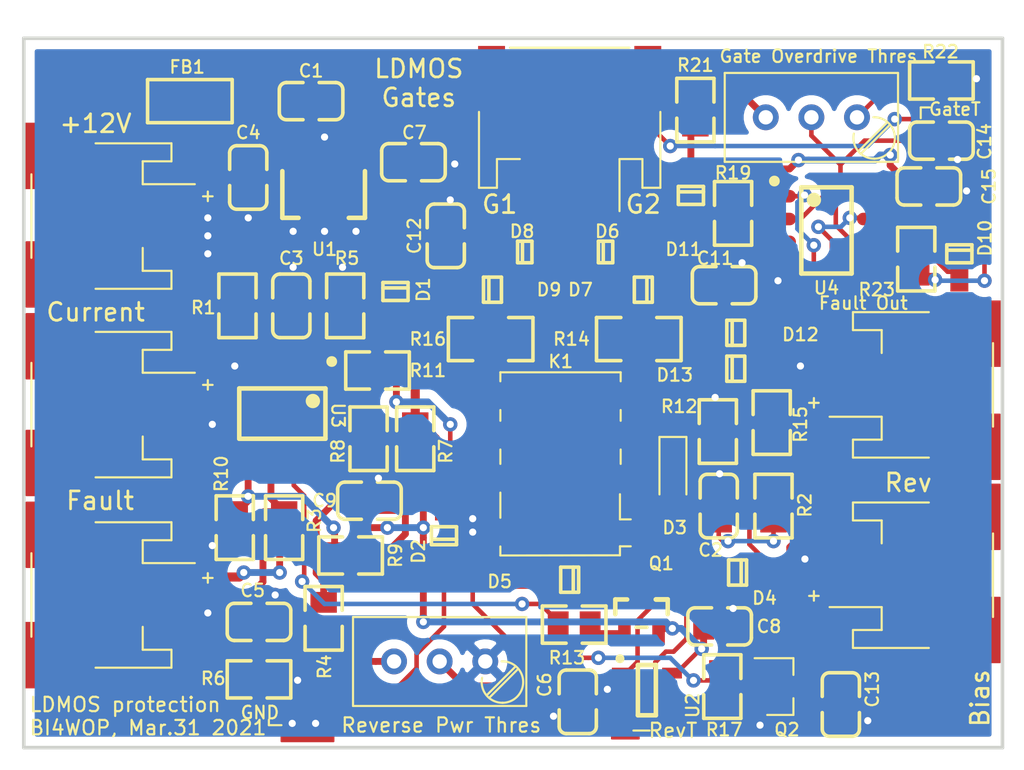
<source format=kicad_pcb>
(kicad_pcb (version 20171130) (host pcbnew "(5.1.4)-1")
  (layers (0 F.Cu signal) (31 B.Cu signal) (34 B.Paste user) (35 F.Paste user) (36 B.SilkS user) (37 F.SilkS user) (38 B.Mask user) (39 F.Mask user) (44 Edge.Cuts user))
  (net 0 "")
  (net 1 GND)
  (net 2 +12V)
  (net 3 "Net-(C2-Pad1)")
  (net 4 "Net-(C3-Pad1)")
  (net 5 "Net-(C5-Pad1)")
  (net 6 "Net-(C6-Pad2)")
  (net 7 +5V)
  (net 8 "Net-(C11-Pad1)")
  (net 9 "Net-(C12-Pad1)")
  (net 10 "Net-(C13-Pad2)")
  (net 11 "Net-(C14-Pad2)")
  (net 12 Overdrive)
  (net 13 "Net-(D3-Pad2)")
  (net 14 "Net-(D3-Pad1)")
  (net 15 "Net-(D4-Pad1)")
  (net 16 GNDPWR)
  (net 17 "Net-(D6-Pad1)")
  (net 18 "Net-(D8-Pad2)")
  (net 19 "Net-(D11-Pad1)")
  (net 20 "Net-(D12-Pad1)")
  (net 21 "Net-(D13-Pad1)")
  (net 22 "Net-(FB1-Pad2)")
  (net 23 "Net-(J1-Pad1)")
  (net 24 "Net-(J3-Pad1)")
  (net 25 "Net-(J4-Pad1)")
  (net 26 "Net-(K1-Pad7)")
  (net 27 "Net-(K1-Pad5)")
  (net 28 "Net-(K1-Pad4)")
  (net 29 "Net-(K1-Pad2)")
  (net 30 "Net-(Q1-Pad1)")
  (net 31 "Net-(Q2-Pad1)")
  (net 32 "Net-(R4-Pad1)")
  (net 33 "Net-(R7-Pad2)")
  (net 34 "Net-(R8-Pad1)")
  (net 35 "Net-(R10-Pad2)")
  (net 36 "Net-(R11-Pad1)")
  (net 37 "Net-(R13-Pad1)")
  (net 38 "Net-(R21-Pad1)")
  (net 39 "Net-(R22-Pad2)")
  (net 40 "Net-(D10-Pad1)")
  (net 41 "Net-(J6-Pad1)")
  (module lc_lib:0201 (layer F.Cu) (at 56.5 41.5)
    (fp_text reference R20 hide)
    (fp_text value 0)
    (pad 2 smd rect (at 0.285 0) (size 0.36 0.4) (layers F.Cu F.Paste F.Mask) (net 1 GND))
    (pad 1 smd rect (at -0.285 0) (size 0.36 0.4) (layers F.Cu F.Paste F.Mask) (net 16 GNDPWR))
  )
  (module lc_lib:0805_R (layer F.Cu) (at 69.7 32.3 270)
    (fp_text reference R23 (at 1.7 2.2 180) (layer F.SilkS) (effects (font (size 0.7 0.7) (thickness 0.12))))
    (fp_text value 1K)
    (pad 2 smd rect (at 0.89 0 270) (size 1.16 1.47) (layers F.Cu F.Paste F.Mask) (net 9 "Net-(C12-Pad1)"))
    (pad 1 smd rect (at -0.89 0 270) (size 1.16 1.47) (layers F.Cu F.Paste F.Mask) (net 40 "Net-(D10-Pad1)"))
  )
  (module lc_lib:0805_C (layer F.Cu) (at 41.7 26.9)
    (fp_text reference C7 (at 0.05 -1.65) (layer F.SilkS) (effects (font (size 0.7 0.7) (thickness 0.12))))
    (fp_text value 10uF)
    (pad 2 smd rect (at 0.89 0) (size 1.16 1.47) (layers F.Cu F.Paste F.Mask) (net 1 GND))
    (pad 1 smd rect (at -0.89 0) (size 1.16 1.47) (layers F.Cu F.Paste F.Mask) (net 7 +5V))
  )
  (module lc_lib:0805_C (layer F.Cu) (at 36 23.5)
    (fp_text reference C1 (at 0 -1.684276) (layer F.SilkS) (effects (font (size 0.7 0.7) (thickness 0.12))))
    (fp_text value 10uF)
    (pad 2 smd rect (at 0.89 0) (size 1.16 1.47) (layers F.Cu F.Paste F.Mask) (net 1 GND))
    (pad 1 smd rect (at -0.89 0) (size 1.16 1.47) (layers F.Cu F.Paste F.Mask) (net 2 +12V))
  )
  (module lc_lib:SOIC-8_150MIL (layer F.Cu) (at 64.7 30.7 270)
    (fp_text reference U4 (at 3.2 0 180) (layer F.SilkS) (effects (font (size 0.7 0.7) (thickness 0.12))))
    (fp_text value LM358)
    (pad 8 smd oval (at -1.905 -2.6 90) (size 0.7 1.8) (layers F.Cu F.Paste F.Mask) (net 2 +12V))
    (pad 7 smd oval (at -0.635 -2.6 90) (size 0.7 1.8) (layers F.Cu F.Paste F.Mask) (net 21 "Net-(D13-Pad1)"))
    (pad 6 smd oval (at 0.635 -2.6 90) (size 0.7 1.8) (layers F.Cu F.Paste F.Mask) (net 11 "Net-(C14-Pad2)"))
    (pad 5 smd oval (at 1.905 -2.6 90) (size 0.7 1.8) (layers F.Cu F.Paste F.Mask) (net 40 "Net-(D10-Pad1)"))
    (pad 4 smd oval (at 1.905 2.6 90) (size 0.7 1.8) (layers F.Cu F.Paste F.Mask) (net 1 GND))
    (pad 3 smd oval (at 0.635 2.6 90) (size 0.7 1.8) (layers F.Cu F.Paste F.Mask) (net 19 "Net-(D11-Pad1)"))
    (pad 2 smd oval (at -0.635 2.6 90) (size 0.7 1.8) (layers F.Cu F.Paste F.Mask) (net 11 "Net-(C14-Pad2)"))
    (pad 1 smd oval (at -1.905 2.6 90) (size 0.7 1.8) (layers F.Cu F.Paste F.Mask) (net 20 "Net-(D12-Pad1)"))
  )
  (module lc_lib:SOIC-8_150MIL (layer F.Cu) (at 34.4 40.9 180)
    (fp_text reference U3 (at -3.1 -0.1 270 unlocked) (layer F.SilkS) (effects (font (size 0.7 0.7) (thickness 0.12))))
    (fp_text value LM358)
    (pad 8 smd oval (at -1.905 -2.6) (size 0.7 1.8) (layers F.Cu F.Paste F.Mask) (net 7 +5V))
    (pad 7 smd oval (at -0.635 -2.6) (size 0.7 1.8) (layers F.Cu F.Paste F.Mask) (net 37 "Net-(R13-Pad1)"))
    (pad 6 smd oval (at 0.635 -2.6) (size 0.7 1.8) (layers F.Cu F.Paste F.Mask) (net 5 "Net-(C5-Pad1)"))
    (pad 5 smd oval (at 1.905 -2.6) (size 0.7 1.8) (layers F.Cu F.Paste F.Mask) (net 35 "Net-(R10-Pad2)"))
    (pad 4 smd oval (at 1.905 2.6) (size 0.7 1.8) (layers F.Cu F.Paste F.Mask) (net 1 GND))
    (pad 3 smd oval (at 0.635 2.6) (size 0.7 1.8) (layers F.Cu F.Paste F.Mask) (net 4 "Net-(C3-Pad1)"))
    (pad 2 smd oval (at -0.635 2.6) (size 0.7 1.8) (layers F.Cu F.Paste F.Mask) (net 34 "Net-(R8-Pad1)"))
    (pad 1 smd oval (at -1.905 2.6) (size 0.7 1.8) (layers F.Cu F.Paste F.Mask) (net 36 "Net-(R11-Pad1)"))
  )
  (module lc_lib:SOT-23-5 (layer F.Cu) (at 54.7 56.3 180)
    (fp_text reference U2 (at -2.55 -0.85 90) (layer F.SilkS) (effects (font (size 0.7 0.7) (thickness 0.12))))
    (fp_text value LMV321)
    (pad 5 smd rect (at -1.4 0.95 90) (size 0.6 1.1) (layers F.Cu F.Paste F.Mask) (net 7 +5V))
    (pad 4 smd rect (at -1.4 -0.95 90) (size 0.6 1.1) (layers F.Cu F.Paste F.Mask) (net 15 "Net-(D4-Pad1)"))
    (pad 3 smd rect (at 1.4 -0.95 90) (size 0.6 1.1) (layers F.Cu F.Paste F.Mask) (net 6 "Net-(C6-Pad2)"))
    (pad 2 smd rect (at 1.4 0 90) (size 0.6 1.1) (layers F.Cu F.Paste F.Mask) (net 1 GND))
    (pad 1 smd rect (at 1.4 0.95 90) (size 0.6 1.1) (layers F.Cu F.Paste F.Mask) (net 3 "Net-(C2-Pad1)"))
  )
  (module "lc_lib:SOT-89(SOT-89-3)" (layer F.Cu) (at 36.7 26.9 90)
    (fp_text reference U1 (at -4.85 0.05) (layer F.SilkS) (effects (font (size 0.7 0.7) (thickness 0.12))))
    (fp_text value L78L05_SOT89)
    (pad 3 smd oval (at 0 -1.5) (size 0.7 1.9) (layers F.Cu F.Paste F.Mask) (net 2 +12V))
    (pad 2 smd oval (at -2.5 0) (size 2 3.5) (layers F.Cu F.Paste F.Mask) (net 1 GND))
    (pad 2 smd oval (at -0.1 0) (size 0.7 2.1) (layers F.Cu F.Paste F.Mask) (net 1 GND))
    (pad 1 smd oval (at 0 1.5) (size 0.7 1.9) (layers F.Cu F.Paste F.Mask) (net 7 +5V))
  )
  (module Potentiometers:Potentiometer_Trimmer_Bourns_3296W (layer F.Cu) (at 66.4 24.4)
    (fp_text reference RV2 hide)
    (fp_text value 10K)
    (pad 3 thru_hole circle (at -5.08 0) (size 1.44 1.44) (drill 0.8) (layers *.Cu *.Mask) (net 38 "Net-(R21-Pad1)"))
    (pad 2 thru_hole circle (at -2.54 0) (size 1.44 1.44) (drill 0.8) (layers *.Cu *.Mask) (net 11 "Net-(C14-Pad2)"))
    (pad 1 thru_hole circle (at 0 0) (size 1.44 1.44) (drill 0.8) (layers *.Cu *.Mask) (net 39 "Net-(R22-Pad2)"))
  )
  (module Potentiometers:Potentiometer_Trimmer_Bourns_3296W (layer F.Cu) (at 45.7 54.7)
    (fp_text reference RV1 hide)
    (fp_text value 10K)
    (pad 3 thru_hole circle (at -5.08 0) (size 1.44 1.44) (drill 0.8) (layers *.Cu *.Mask) (net 32 "Net-(R4-Pad1)"))
    (pad 2 thru_hole circle (at -2.54 0) (size 1.44 1.44) (drill 0.8) (layers *.Cu *.Mask) (net 6 "Net-(C6-Pad2)"))
    (pad 1 thru_hole circle (at 0 0) (size 1.44 1.44) (drill 0.8) (layers *.Cu *.Mask) (net 1 GND))
  )
  (module lc_lib:0805_R (layer F.Cu) (at 71.1 22.35 180)
    (fp_text reference R22 (at 0.05 1.6 180) (layer F.SilkS) (effects (font (size 0.7 0.7) (thickness 0.12))))
    (fp_text value 5.1K)
    (pad 2 smd rect (at 0.89 0 180) (size 1.16 1.47) (layers F.Cu F.Paste F.Mask) (net 39 "Net-(R22-Pad2)"))
    (pad 1 smd rect (at -0.89 0 180) (size 1.16 1.47) (layers F.Cu F.Paste F.Mask) (net 1 GND))
  )
  (module lc_lib:0805_R (layer F.Cu) (at 57.4 24 270)
    (fp_text reference R21 (at -2.5 0 180) (layer F.SilkS) (effects (font (size 0.7 0.7) (thickness 0.12))))
    (fp_text value 5.1K)
    (pad 2 smd rect (at 0.89 0 270) (size 1.16 1.47) (layers F.Cu F.Paste F.Mask) (net 2 +12V))
    (pad 1 smd rect (at -0.89 0 270) (size 1.16 1.47) (layers F.Cu F.Paste F.Mask) (net 38 "Net-(R21-Pad1)"))
  )
  (module lc_lib:0805_R (layer F.Cu) (at 59.5 29.75 270)
    (fp_text reference R19 (at -2.25 0 180) (layer F.SilkS) (effects (font (size 0.7 0.7) (thickness 0.12))))
    (fp_text value 1K)
    (pad 2 smd rect (at 0.89 0 270) (size 1.16 1.47) (layers F.Cu F.Paste F.Mask) (net 8 "Net-(C11-Pad1)"))
    (pad 1 smd rect (at -0.89 0 270) (size 1.16 1.47) (layers F.Cu F.Paste F.Mask) (net 19 "Net-(D11-Pad1)"))
  )
  (module lc_lib:0805_R (layer F.Cu) (at 58.9 56.1 90)
    (fp_text reference R17 (at -2.4 0.1 180) (layer F.SilkS) (effects (font (size 0.7 0.7) (thickness 0.12))))
    (fp_text value 1K)
    (pad 2 smd rect (at 0.89 0 90) (size 1.16 1.47) (layers F.Cu F.Paste F.Mask) (net 12 Overdrive))
    (pad 1 smd rect (at -0.89 0 90) (size 1.16 1.47) (layers F.Cu F.Paste F.Mask) (net 31 "Net-(Q2-Pad1)"))
  )
  (module lc_lib:1206_R (layer F.Cu) (at 46 36.75 180)
    (fp_text reference R16 (at 3.5 0) (layer F.SilkS) (effects (font (size 0.7 0.7) (thickness 0.12))))
    (fp_text value 0)
    (pad 2 smd rect (at 1.49 0 180) (size 1.13 1.8) (layers F.Cu F.Paste F.Mask) (net 27 "Net-(K1-Pad5)"))
    (pad 1 smd rect (at -1.49 0 180) (size 1.13 1.8) (layers F.Cu F.Paste F.Mask) (net 18 "Net-(D8-Pad2)"))
  )
  (module lc_lib:0805_R (layer F.Cu) (at 61.65 41.4 90)
    (fp_text reference R15 (at -0.1 1.6 90) (layer F.SilkS) (effects (font (size 0.7 0.7) (thickness 0.12))))
    (fp_text value 1K)
    (pad 2 smd rect (at 0.89 0 90) (size 1.16 1.47) (layers F.Cu F.Paste F.Mask) (net 12 Overdrive))
    (pad 1 smd rect (at -0.89 0 90) (size 1.16 1.47) (layers F.Cu F.Paste F.Mask) (net 41 "Net-(J6-Pad1)"))
  )
  (module lc_lib:1206_R (layer F.Cu) (at 54.25 36.75 180)
    (fp_text reference R14 (at 3.75 0) (layer F.SilkS) (effects (font (size 0.7 0.7) (thickness 0.12))))
    (fp_text value 0)
    (pad 2 smd rect (at 1.49 0 180) (size 1.13 1.8) (layers F.Cu F.Paste F.Mask) (net 17 "Net-(D6-Pad1)"))
    (pad 1 smd rect (at -1.49 0 180) (size 1.13 1.8) (layers F.Cu F.Paste F.Mask) (net 28 "Net-(K1-Pad4)"))
  )
  (module lc_lib:0805_R (layer F.Cu) (at 50.65 52.65)
    (fp_text reference R13 (at -0.4 1.85) (layer F.SilkS) (effects (font (size 0.7 0.7) (thickness 0.12))))
    (fp_text value 4.7K)
    (pad 2 smd rect (at 0.89 0) (size 1.16 1.47) (layers F.Cu F.Paste F.Mask) (net 30 "Net-(Q1-Pad1)"))
    (pad 1 smd rect (at -0.89 0) (size 1.16 1.47) (layers F.Cu F.Paste F.Mask) (net 37 "Net-(R13-Pad1)"))
  )
  (module lc_lib:0805_R (layer F.Cu) (at 58.65 41.9 270)
    (fp_text reference R12 (at -1.4 2.15 180) (layer F.SilkS) (effects (font (size 0.7 0.7) (thickness 0.12))))
    (fp_text value 4.7K)
    (pad 2 smd rect (at 0.89 0 270) (size 1.16 1.47) (layers F.Cu F.Paste F.Mask) (net 14 "Net-(D3-Pad1)"))
    (pad 1 smd rect (at -0.89 0 270) (size 1.16 1.47) (layers F.Cu F.Paste F.Mask) (net 1 GND))
  )
  (module lc_lib:0805_R (layer F.Cu) (at 39.7 38.5)
    (fp_text reference R11 (at 2.8 0) (layer F.SilkS) (effects (font (size 0.7 0.7) (thickness 0.12))))
    (fp_text value 1K)
    (pad 2 smd rect (at 0.89 0) (size 1.16 1.47) (layers F.Cu F.Paste F.Mask) (net 12 Overdrive))
    (pad 1 smd rect (at -0.89 0) (size 1.16 1.47) (layers F.Cu F.Paste F.Mask) (net 36 "Net-(R11-Pad1)"))
  )
  (module lc_lib:0805_R (layer F.Cu) (at 31.75 47.25 90)
    (fp_text reference R10 (at 3 -0.75 90) (layer F.SilkS) (effects (font (size 0.7 0.7) (thickness 0.12))))
    (fp_text value 10K)
    (pad 2 smd rect (at 0.89 0 90) (size 1.16 1.47) (layers F.Cu F.Paste F.Mask) (net 35 "Net-(R10-Pad2)"))
    (pad 1 smd rect (at -0.89 0 90) (size 1.16 1.47) (layers F.Cu F.Paste F.Mask) (net 1 GND))
  )
  (module lc_lib:0805_R (layer F.Cu) (at 38.2 48.8)
    (fp_text reference R9 (at 2.5 0 90) (layer F.SilkS) (effects (font (size 0.7 0.7) (thickness 0.12))))
    (fp_text value 2.7K)
    (pad 2 smd rect (at 0.89 0) (size 1.16 1.47) (layers F.Cu F.Paste F.Mask) (net 34 "Net-(R8-Pad1)"))
    (pad 1 smd rect (at -0.89 0) (size 1.16 1.47) (layers F.Cu F.Paste F.Mask) (net 35 "Net-(R10-Pad2)"))
  )
  (module lc_lib:0805_R (layer F.Cu) (at 39.2 42.3 90)
    (fp_text reference R8 (at -0.7 -1.7 270) (layer F.SilkS) (effects (font (size 0.7 0.7) (thickness 0.12))))
    (fp_text value 7.5K)
    (pad 2 smd rect (at 0.89 0 90) (size 1.16 1.47) (layers F.Cu F.Paste F.Mask) (net 33 "Net-(R7-Pad2)"))
    (pad 1 smd rect (at -0.89 0 90) (size 1.16 1.47) (layers F.Cu F.Paste F.Mask) (net 34 "Net-(R8-Pad1)"))
  )
  (module lc_lib:0805_R (layer F.Cu) (at 41.8 42.3 270)
    (fp_text reference R7 (at 0.7 -1.7 90) (layer F.SilkS) (effects (font (size 0.7 0.7) (thickness 0.12))))
    (fp_text value 0)
    (pad 2 smd rect (at 0.89 0 270) (size 1.16 1.47) (layers F.Cu F.Paste F.Mask) (net 33 "Net-(R7-Pad2)"))
    (pad 1 smd rect (at -0.89 0 270) (size 1.16 1.47) (layers F.Cu F.Paste F.Mask) (net 7 +5V))
  )
  (module lc_lib:0805_R (layer F.Cu) (at 33.1 55.7 180)
    (fp_text reference R6 (at 2.55 0.05) (layer F.SilkS) (effects (font (size 0.7 0.7) (thickness 0.12))))
    (fp_text value 100K)
    (pad 2 smd rect (at 0.89 0 180) (size 1.16 1.47) (layers F.Cu F.Paste F.Mask) (net 5 "Net-(C5-Pad1)"))
    (pad 1 smd rect (at -0.89 0 180) (size 1.16 1.47) (layers F.Cu F.Paste F.Mask) (net 1 GND))
  )
  (module lc_lib:0805_R (layer F.Cu) (at 37.9 34.9 270)
    (fp_text reference R5 (at -2.65 -0.1 180) (layer F.SilkS) (effects (font (size 0.7 0.7) (thickness 0.12))))
    (fp_text value 100K)
    (pad 2 smd rect (at 0.89 0 270) (size 1.16 1.47) (layers F.Cu F.Paste F.Mask) (net 4 "Net-(C3-Pad1)"))
    (pad 1 smd rect (at -0.89 0 270) (size 1.16 1.47) (layers F.Cu F.Paste F.Mask) (net 1 GND))
  )
  (module lc_lib:0805_R (layer F.Cu) (at 36.7 52.3 90)
    (fp_text reference R4 (at -2.7 0.05 90) (layer F.SilkS) (effects (font (size 0.7 0.7) (thickness 0.12))))
    (fp_text value 20K)
    (pad 2 smd rect (at 0.89 0 90) (size 1.16 1.47) (layers F.Cu F.Paste F.Mask) (net 7 +5V))
    (pad 1 smd rect (at -0.89 0 90) (size 1.16 1.47) (layers F.Cu F.Paste F.Mask) (net 32 "Net-(R4-Pad1)"))
  )
  (module lc_lib:0805_R (layer F.Cu) (at 34.5 47.25 270)
    (fp_text reference R3 (at -0.393619 -1.684276 90) (layer F.SilkS) (effects (font (size 0.7 0.7) (thickness 0.12))))
    (fp_text value 1K)
    (pad 2 smd rect (at 0.89 0 270) (size 1.16 1.47) (layers F.Cu F.Paste F.Mask) (net 24 "Net-(J3-Pad1)"))
    (pad 1 smd rect (at -0.89 0 270) (size 1.16 1.47) (layers F.Cu F.Paste F.Mask) (net 5 "Net-(C5-Pad1)"))
  )
  (module lc_lib:0805_R (layer F.Cu) (at 61.75 46.05 90)
    (fp_text reference R2 (at 0.05 1.75 90) (layer F.SilkS) (effects (font (size 0.7 0.7) (thickness 0.12))))
    (fp_text value 1K)
    (pad 2 smd rect (at 0.89 0 90) (size 1.16 1.47) (layers F.Cu F.Paste F.Mask) (net 25 "Net-(J4-Pad1)"))
    (pad 1 smd rect (at -0.89 0 90) (size 1.16 1.47) (layers F.Cu F.Paste F.Mask) (net 3 "Net-(C2-Pad1)"))
  )
  (module lc_lib:0805_R (layer F.Cu) (at 31.9 34.9 270)
    (fp_text reference R1 (at 0.1 1.9 180) (layer F.SilkS) (effects (font (size 0.7 0.7) (thickness 0.12))))
    (fp_text value 1K)
    (pad 2 smd rect (at 0.89 0 270) (size 1.16 1.47) (layers F.Cu F.Paste F.Mask) (net 23 "Net-(J1-Pad1)"))
    (pad 1 smd rect (at -0.89 0 270) (size 1.16 1.47) (layers F.Cu F.Paste F.Mask) (net 4 "Net-(C3-Pad1)"))
  )
  (module TO_SOT_Packages_SMD:SOT-23 (layer F.Cu) (at 62.1 56.1)
    (fp_text reference Q2 (at 0.4 2.4) (layer F.SilkS) (effects (font (size 0.7 0.7) (thickness 0.12))))
    (fp_text value 8050)
    (pad 3 smd rect (at 1 0) (size 0.9 0.8) (layers F.Cu F.Paste F.Mask) (net 10 "Net-(C13-Pad2)"))
    (pad 2 smd rect (at -1 0.95) (size 0.9 0.8) (layers F.Cu F.Paste F.Mask) (net 1 GND))
    (pad 1 smd rect (at -1 -0.95) (size 0.9 0.8) (layers F.Cu F.Paste F.Mask) (net 31 "Net-(Q2-Pad1)"))
  )
  (module "lc_lib:SOT-23(SOT-23-3)" (layer F.Cu) (at 54.4 51.9 270)
    (fp_text reference Q1 (at -2.65 -1.1 180) (layer F.SilkS) (effects (font (size 0.7 0.7) (thickness 0.12))))
    (fp_text value 8550)
    (pad 3 smd rect (at -1.25 0 180) (size 0.7 1.25) (layers F.Cu F.Paste F.Mask) (net 13 "Net-(D3-Pad2)"))
    (pad 2 smd rect (at 1.25 -0.95 180) (size 0.7 1.25) (layers F.Cu F.Paste F.Mask) (net 7 +5V))
    (pad 1 smd rect (at 1.25 0.95 180) (size 0.7 1.25) (layers F.Cu F.Paste F.Mask) (net 30 "Net-(Q1-Pad1)"))
  )
  (module MyPCBLib:HFD4S (layer F.Cu) (at 49.9 43.7 180)
    (fp_text reference K1 (at 0 5.7) (layer F.SilkS) (effects (font (size 0.7 0.7) (thickness 0.12))))
    (fp_text value G6K-2)
    (pad 8 smd rect (at 3.5 -3.8 180) (size 1.8 0.8) (layers F.Cu F.Paste F.Mask) (net 1 GND))
    (pad 7 smd rect (at 3.5 -0.6 180) (size 1.8 0.8) (layers F.Cu F.Paste F.Mask) (net 26 "Net-(K1-Pad7)"))
    (pad 6 smd rect (at 3.5 1.6 180) (size 1.8 0.8) (layers F.Cu F.Paste F.Mask) (net 16 GNDPWR))
    (pad 5 smd rect (at 3.5 3.8 180) (size 1.8 0.8) (layers F.Cu F.Paste F.Mask) (net 27 "Net-(K1-Pad5)"))
    (pad 4 smd rect (at -3.5 3.8 180) (size 1.8 0.8) (layers F.Cu F.Paste F.Mask) (net 28 "Net-(K1-Pad4)"))
    (pad 3 smd rect (at -3.5 1.6 180) (size 1.8 0.8) (layers F.Cu F.Paste F.Mask) (net 16 GNDPWR))
    (pad 2 smd rect (at -3.5 -0.6 180) (size 1.8 0.8) (layers F.Cu F.Paste F.Mask) (net 29 "Net-(K1-Pad2)"))
    (pad 1 smd rect (at -3.5 -3.8 180) (size 1.8 0.8) (layers F.Cu F.Paste F.Mask) (net 13 "Net-(D3-Pad2)"))
  )
  (module Measurement_Points:Measurement_Point_Square-SMD-Pad_Big (layer F.Cu) (at 70.5 56.9)
    (fp_text reference J7 hide)
    (fp_text value Bias)
    (pad 1 smd rect (at 0 0) (size 3 3) (layers F.Cu F.Mask) (net 10 "Net-(C13-Pad2)"))
  )
  (module Connectors_JST:JST_PH_S2B-PH-SM4-TB_02x2.00mm_Angled (layer F.Cu) (at 69.5 39.3 90)
    (fp_text reference J6 hide)
    (fp_text value "Fault Out")
    (pad "" smd rect (at 3.35 2.875 90) (size 1.5 3.4) (layers F.Cu F.Paste F.Mask))
    (pad "" smd rect (at -3.35 2.875 90) (size 1.5 3.4) (layers F.Cu F.Paste F.Mask))
    (pad 2 smd rect (at 1 -2.875 90) (size 1 3.5) (layers F.Cu F.Paste F.Mask) (net 1 GND))
    (pad 1 smd rect (at -1 -2.875 90) (size 1 3.5) (layers F.Cu F.Paste F.Mask) (net 41 "Net-(J6-Pad1)"))
  )
  (module Connectors_JST:JST_PH_S3B-PH-SM4-TB_03x2.00mm_Angled (layer F.Cu) (at 50.4 25 180)
    (fp_text reference J5 hide)
    (fp_text value Conn_01x03)
    (pad "" smd rect (at 4.35 2.875 180) (size 1.5 3.4) (layers F.Cu F.Paste F.Mask))
    (pad "" smd rect (at -4.35 2.875 180) (size 1.5 3.4) (layers F.Cu F.Paste F.Mask))
    (pad 3 smd rect (at 2 -2.875 180) (size 1 3.5) (layers F.Cu F.Paste F.Mask) (net 18 "Net-(D8-Pad2)"))
    (pad 2 smd rect (at 0 -2.875 180) (size 1 3.5) (layers F.Cu F.Paste F.Mask) (net 16 GNDPWR))
    (pad 1 smd rect (at -2 -2.875 180) (size 1 3.5) (layers F.Cu F.Paste F.Mask) (net 17 "Net-(D6-Pad1)"))
  )
  (module Connectors_JST:JST_PH_S2B-PH-SM4-TB_02x2.00mm_Angled (layer F.Cu) (at 69.5 49.9 90)
    (fp_text reference J4 hide)
    (fp_text value REV)
    (pad "" smd rect (at 3.35 2.875 90) (size 1.5 3.4) (layers F.Cu F.Paste F.Mask))
    (pad "" smd rect (at -3.35 2.875 90) (size 1.5 3.4) (layers F.Cu F.Paste F.Mask))
    (pad 2 smd rect (at 1 -2.875 90) (size 1 3.5) (layers F.Cu F.Paste F.Mask) (net 1 GND))
    (pad 1 smd rect (at -1 -2.875 90) (size 1 3.5) (layers F.Cu F.Paste F.Mask) (net 25 "Net-(J4-Pad1)"))
  )
  (module Connectors_JST:JST_PH_S2B-PH-SM4-TB_02x2.00mm_Angled (layer F.Cu) (at 24.9 51 270)
    (fp_text reference J3 hide)
    (fp_text value Fault)
    (pad "" smd rect (at 3.35 2.875 270) (size 1.5 3.4) (layers F.Cu F.Paste F.Mask))
    (pad "" smd rect (at -3.35 2.875 270) (size 1.5 3.4) (layers F.Cu F.Paste F.Mask))
    (pad 2 smd rect (at 1 -2.875 270) (size 1 3.5) (layers F.Cu F.Paste F.Mask) (net 1 GND))
    (pad 1 smd rect (at -1 -2.875 270) (size 1 3.5) (layers F.Cu F.Paste F.Mask) (net 24 "Net-(J3-Pad1)"))
  )
  (module Connectors_JST:JST_PH_S2B-PH-SM4-TB_02x2.00mm_Angled (layer F.Cu) (at 24.9 29.9 270)
    (fp_text reference J2 hide)
    (fp_text value 12Vin)
    (pad "" smd rect (at 3.35 2.875 270) (size 1.5 3.4) (layers F.Cu F.Paste F.Mask))
    (pad "" smd rect (at -3.35 2.875 270) (size 1.5 3.4) (layers F.Cu F.Paste F.Mask))
    (pad 2 smd rect (at 1 -2.875 270) (size 1 3.5) (layers F.Cu F.Paste F.Mask) (net 1 GND))
    (pad 1 smd rect (at -1 -2.875 270) (size 1 3.5) (layers F.Cu F.Paste F.Mask) (net 22 "Net-(FB1-Pad2)"))
  )
  (module Connectors_JST:JST_PH_S2B-PH-SM4-TB_02x2.00mm_Angled (layer F.Cu) (at 24.9 40.4 270)
    (fp_text reference J1 hide)
    (fp_text value Current)
    (pad "" smd rect (at 3.35 2.875 270) (size 1.5 3.4) (layers F.Cu F.Paste F.Mask))
    (pad "" smd rect (at -3.35 2.875 270) (size 1.5 3.4) (layers F.Cu F.Paste F.Mask))
    (pad 2 smd rect (at 1 -2.875 270) (size 1 3.5) (layers F.Cu F.Paste F.Mask) (net 1 GND))
    (pad 1 smd rect (at -1 -2.875 270) (size 1 3.5) (layers F.Cu F.Paste F.Mask) (net 23 "Net-(J1-Pad1)"))
  )
  (module lc_lib:1206_L (layer F.Cu) (at 29.25 23.5 180)
    (fp_text reference FB1 (at 0.15 1.9) (layer F.SilkS) (effects (font (size 0.7 0.7) (thickness 0.12))))
    (fp_text value Ferrite_Bead)
    (pad 2 smd rect (at 1.49 0 180) (size 1.13 1.8) (layers F.Cu F.Paste F.Mask) (net 22 "Net-(FB1-Pad2)"))
    (pad 1 smd rect (at -1.49 0 180) (size 1.13 1.8) (layers F.Cu F.Paste F.Mask) (net 2 +12V))
  )
  (module lc_lib:SOD-123 (layer F.Cu) (at 59.65 38.4)
    (fp_text reference D13 (at -3.4 0.35) (layer F.SilkS) (effects (font (size 0.7 0.7) (thickness 0.12))))
    (fp_text value 4148)
    (pad 2 smd rect (at -1.475 0 180) (size 1.25 1) (layers F.Cu F.Paste F.Mask) (net 12 Overdrive))
    (pad 1 smd rect (at 1.475 0 180) (size 1.25 1) (layers F.Cu F.Paste F.Mask) (net 21 "Net-(D13-Pad1)"))
  )
  (module lc_lib:SOD-123 (layer F.Cu) (at 59.65 36.4)
    (fp_text reference D12 (at 3.6 0.1) (layer F.SilkS) (effects (font (size 0.7 0.7) (thickness 0.12))))
    (fp_text value 4148)
    (pad 2 smd rect (at -1.475 0 180) (size 1.25 1) (layers F.Cu F.Paste F.Mask) (net 12 Overdrive))
    (pad 1 smd rect (at 1.475 0 180) (size 1.25 1) (layers F.Cu F.Paste F.Mask) (net 20 "Net-(D12-Pad1)"))
  )
  (module lc_lib:SOD-123 (layer F.Cu) (at 57.15 28.75 270)
    (fp_text reference D11 (at 3 0.4 180) (layer F.SilkS) (effects (font (size 0.7 0.7) (thickness 0.12))))
    (fp_text value 4148)
    (pad 2 smd rect (at -1.475 0 90) (size 1.25 1) (layers F.Cu F.Paste F.Mask) (net 2 +12V))
    (pad 1 smd rect (at 1.475 0 90) (size 1.25 1) (layers F.Cu F.Paste F.Mask) (net 19 "Net-(D11-Pad1)"))
  )
  (module lc_lib:SOD-123 (layer F.Cu) (at 72.1 32 270)
    (fp_text reference D10 (at -0.873619 -1.424276 90) (layer F.SilkS) (effects (font (size 0.7 0.7) (thickness 0.12))))
    (fp_text value 4148)
    (pad 2 smd rect (at -1.475 0 90) (size 1.25 1) (layers F.Cu F.Paste F.Mask) (net 2 +12V))
    (pad 1 smd rect (at 1.475 0 90) (size 1.25 1) (layers F.Cu F.Paste F.Mask) (net 40 "Net-(D10-Pad1)"))
  )
  (module lc_lib:SOD-123 (layer F.Cu) (at 46.1 34)
    (fp_text reference D9 (at 3.15 0) (layer F.SilkS) (effects (font (size 0.7 0.7) (thickness 0.12))))
    (fp_text value 4148)
    (pad 2 smd rect (at -1.475 0 180) (size 1.25 1) (layers F.Cu F.Paste F.Mask) (net 9 "Net-(C12-Pad1)"))
    (pad 1 smd rect (at 1.475 0 180) (size 1.25 1) (layers F.Cu F.Paste F.Mask) (net 18 "Net-(D8-Pad2)"))
  )
  (module lc_lib:SOD-323 (layer F.Cu) (at 47.9 31.9)
    (fp_text reference D8 (at -0.15 -1.15) (layer F.SilkS) (effects (font (size 0.7 0.7) (thickness 0.12))))
    (fp_text value ESD)
    (pad 2 smd rect (at -1.18 0) (size 1 0.83) (layers F.Cu F.Paste F.Mask) (net 18 "Net-(D8-Pad2)"))
    (pad 1 smd rect (at 1.18 0) (size 1 0.83) (layers F.Cu F.Paste F.Mask) (net 16 GNDPWR))
  )
  (module lc_lib:SOD-123 (layer F.Cu) (at 54.5 34 180)
    (fp_text reference D7 (at 3.5 0) (layer F.SilkS) (effects (font (size 0.7 0.7) (thickness 0.12))))
    (fp_text value 4148)
    (pad 2 smd rect (at -1.475 0) (size 1.25 1) (layers F.Cu F.Paste F.Mask) (net 8 "Net-(C11-Pad1)"))
    (pad 1 smd rect (at 1.475 0) (size 1.25 1) (layers F.Cu F.Paste F.Mask) (net 17 "Net-(D6-Pad1)"))
  )
  (module lc_lib:SOD-323 (layer F.Cu) (at 52.4 31.9)
    (fp_text reference D6 (at 0.1 -1.15) (layer F.SilkS) (effects (font (size 0.7 0.7) (thickness 0.12))))
    (fp_text value ESD)
    (pad 2 smd rect (at -1.18 0) (size 1 0.83) (layers F.Cu F.Paste F.Mask) (net 16 GNDPWR))
    (pad 1 smd rect (at 1.18 0) (size 1 0.83) (layers F.Cu F.Paste F.Mask) (net 17 "Net-(D6-Pad1)"))
  )
  (module lc_lib:SOD-123 (layer F.Cu) (at 50.4 50.15 180)
    (fp_text reference D5 (at 3.9 -0.1) (layer F.SilkS) (effects (font (size 0.7 0.7) (thickness 0.12))))
    (fp_text value 4148)
    (pad 2 smd rect (at -1.475 0) (size 1.25 1) (layers F.Cu F.Paste F.Mask) (net 13 "Net-(D3-Pad2)"))
    (pad 1 smd rect (at 1.475 0) (size 1.25 1) (layers F.Cu F.Paste F.Mask) (net 1 GND))
  )
  (module lc_lib:SOD-123 (layer F.Cu) (at 59.75 49.75 180)
    (fp_text reference D4 (at -1.5 -1.424276) (layer F.SilkS) (effects (font (size 0.7 0.7) (thickness 0.12))))
    (fp_text value 4148)
    (pad 2 smd rect (at -1.475 0) (size 1.25 1) (layers F.Cu F.Paste F.Mask) (net 12 Overdrive))
    (pad 1 smd rect (at 1.475 0) (size 1.25 1) (layers F.Cu F.Paste F.Mask) (net 15 "Net-(D4-Pad1)"))
  )
  (module LEDs:LED_0805_HandSoldering (layer F.Cu) (at 56.15 44.4 270)
    (fp_text reference D3 (at 2.85 -0.1 180) (layer F.SilkS) (effects (font (size 0.7 0.7) (thickness 0.12))))
    (fp_text value Red)
    (pad 2 smd rect (at 1.35 0 270) (size 1.5 1.3) (layers F.Cu F.Paste F.Mask) (net 13 "Net-(D3-Pad2)"))
    (pad 1 smd rect (at -1.35 0 270) (size 1.5 1.3) (layers F.Cu F.Paste F.Mask) (net 14 "Net-(D3-Pad1)"))
  )
  (module lc_lib:SOD-123 (layer F.Cu) (at 43.4 47.7 90)
    (fp_text reference D2 (at -0.873619 -1.424276 90) (layer F.SilkS) (effects (font (size 0.7 0.7) (thickness 0.12))))
    (fp_text value 4148)
    (pad 2 smd rect (at -1.475 0 270) (size 1.25 1) (layers F.Cu F.Paste F.Mask) (net 5 "Net-(C5-Pad1)"))
    (pad 1 smd rect (at 1.475 0 270) (size 1.25 1) (layers F.Cu F.Paste F.Mask) (net 12 Overdrive))
  )
  (module lc_lib:SOD-123 (layer F.Cu) (at 40.7 34.1 270)
    (fp_text reference D1 (at -0.1 -1.55 90) (layer F.SilkS) (effects (font (size 0.7 0.7) (thickness 0.12))))
    (fp_text value 4148)
    (pad 2 smd rect (at -1.475 0 90) (size 1.25 1) (layers F.Cu F.Paste F.Mask) (net 4 "Net-(C3-Pad1)"))
    (pad 1 smd rect (at 1.475 0 90) (size 1.25 1) (layers F.Cu F.Paste F.Mask) (net 12 Overdrive))
  )
  (module lc_lib:0805_C (layer F.Cu) (at 70.4 28.25 180)
    (fp_text reference C15 (at -3.35 0 90) (layer F.SilkS) (effects (font (size 0.7 0.7) (thickness 0.12))))
    (fp_text value 103)
    (pad 2 smd rect (at 0.89 0 180) (size 1.16 1.47) (layers F.Cu F.Paste F.Mask) (net 2 +12V))
    (pad 1 smd rect (at -0.89 0 180) (size 1.16 1.47) (layers F.Cu F.Paste F.Mask) (net 1 GND))
  )
  (module lc_lib:0805_C (layer F.Cu) (at 71.1 25.7 180)
    (fp_text reference C14 (at -2.4 -0.05 90) (layer F.SilkS) (effects (font (size 0.7 0.7) (thickness 0.12))))
    (fp_text value 104)
    (pad 2 smd rect (at 0.89 0 180) (size 1.16 1.47) (layers F.Cu F.Paste F.Mask) (net 11 "Net-(C14-Pad2)"))
    (pad 1 smd rect (at -0.89 0 180) (size 1.16 1.47) (layers F.Cu F.Paste F.Mask) (net 1 GND))
  )
  (module lc_lib:0805_C (layer F.Cu) (at 65.5 57.1 90)
    (fp_text reference C13 (at 0.85 1.75 270) (layer F.SilkS) (effects (font (size 0.7 0.7) (thickness 0.12))))
    (fp_text value 104)
    (pad 2 smd rect (at 0.89 0 90) (size 1.16 1.47) (layers F.Cu F.Paste F.Mask) (net 10 "Net-(C13-Pad2)"))
    (pad 1 smd rect (at -0.89 0 90) (size 1.16 1.47) (layers F.Cu F.Paste F.Mask) (net 1 GND))
  )
  (module lc_lib:0805_C (layer F.Cu) (at 43.5 31 90)
    (fp_text reference C12 (at 0 -1.75 90) (layer F.SilkS) (effects (font (size 0.7 0.7) (thickness 0.12))))
    (fp_text value 1nF)
    (pad 2 smd rect (at 0.89 0 90) (size 1.16 1.47) (layers F.Cu F.Paste F.Mask) (net 1 GND))
    (pad 1 smd rect (at -0.89 0 90) (size 1.16 1.47) (layers F.Cu F.Paste F.Mask) (net 9 "Net-(C12-Pad1)"))
  )
  (module lc_lib:0805_C (layer F.Cu) (at 59 33.75)
    (fp_text reference C11 (at -0.5 -1.5) (layer F.SilkS) (effects (font (size 0.7 0.7) (thickness 0.12))))
    (fp_text value 1nF)
    (pad 2 smd rect (at 0.89 0) (size 1.16 1.47) (layers F.Cu F.Paste F.Mask) (net 1 GND))
    (pad 1 smd rect (at -0.89 0) (size 1.16 1.47) (layers F.Cu F.Paste F.Mask) (net 8 "Net-(C11-Pad1)"))
  )
  (module lc_lib:0805_C (layer F.Cu) (at 39.25 45.75 180)
    (fp_text reference C9 (at 2.5 0) (layer F.SilkS) (effects (font (size 0.7 0.7) (thickness 0.12))))
    (fp_text value 104)
    (pad 2 smd rect (at 0.89 0 180) (size 1.16 1.47) (layers F.Cu F.Paste F.Mask) (net 7 +5V))
    (pad 1 smd rect (at -0.89 0 180) (size 1.16 1.47) (layers F.Cu F.Paste F.Mask) (net 1 GND))
  )
  (module lc_lib:0805_C (layer F.Cu) (at 58.75 52.75 180)
    (fp_text reference C8 (at -2.75 0) (layer F.SilkS) (effects (font (size 0.7 0.7) (thickness 0.12))))
    (fp_text value 104)
    (pad 2 smd rect (at 0.89 0 180) (size 1.16 1.47) (layers F.Cu F.Paste F.Mask) (net 7 +5V))
    (pad 1 smd rect (at -0.89 0 180) (size 1.16 1.47) (layers F.Cu F.Paste F.Mask) (net 1 GND))
  )
  (module lc_lib:0805_C (layer F.Cu) (at 50.85 56.95 90)
    (fp_text reference C6 (at 0.95 -1.85 90) (layer F.SilkS) (effects (font (size 0.7 0.7) (thickness 0.12))))
    (fp_text value 104)
    (pad 2 smd rect (at 0.89 0 90) (size 1.16 1.47) (layers F.Cu F.Paste F.Mask) (net 6 "Net-(C6-Pad2)"))
    (pad 1 smd rect (at -0.89 0 90) (size 1.16 1.47) (layers F.Cu F.Paste F.Mask) (net 1 GND))
  )
  (module lc_lib:0805_C (layer F.Cu) (at 33.1 52.5)
    (fp_text reference C5 (at -0.35 -1.75 180) (layer F.SilkS) (effects (font (size 0.7 0.7) (thickness 0.12))))
    (fp_text value 104)
    (pad 2 smd rect (at 0.89 0) (size 1.16 1.47) (layers F.Cu F.Paste F.Mask) (net 1 GND))
    (pad 1 smd rect (at -0.89 0) (size 1.16 1.47) (layers F.Cu F.Paste F.Mask) (net 5 "Net-(C5-Pad1)"))
  )
  (module lc_lib:0805_C (layer F.Cu) (at 32.5 27.75 270)
    (fp_text reference C4 (at -2.5 0 180) (layer F.SilkS) (effects (font (size 0.7 0.7) (thickness 0.12))))
    (fp_text value 104)
    (pad 2 smd rect (at 0.89 0 270) (size 1.16 1.47) (layers F.Cu F.Paste F.Mask) (net 1 GND))
    (pad 1 smd rect (at -0.89 0 270) (size 1.16 1.47) (layers F.Cu F.Paste F.Mask) (net 2 +12V))
  )
  (module lc_lib:0805_C (layer F.Cu) (at 34.9 34.9 90)
    (fp_text reference C3 (at 2.65 0 180) (layer F.SilkS) (effects (font (size 0.7 0.7) (thickness 0.12))))
    (fp_text value 104)
    (pad 2 smd rect (at 0.89 0 90) (size 1.16 1.47) (layers F.Cu F.Paste F.Mask) (net 1 GND))
    (pad 1 smd rect (at -0.89 0 90) (size 1.16 1.47) (layers F.Cu F.Paste F.Mask) (net 4 "Net-(C3-Pad1)"))
  )
  (module lc_lib:0805_C (layer F.Cu) (at 58.7 46.05 90)
    (fp_text reference C2 (at -2.45 -0.45 180) (layer F.SilkS) (effects (font (size 0.7 0.7) (thickness 0.12))))
    (fp_text value 104)
    (pad 2 smd rect (at 0.89 0 90) (size 1.16 1.47) (layers F.Cu F.Paste F.Mask) (net 1 GND))
    (pad 1 smd rect (at -0.89 0 90) (size 1.16 1.47) (layers F.Cu F.Paste F.Mask) (net 3 "Net-(C2-Pad1)"))
  )
  (gr_line (start 33.65 58.25) (end 34.35 58.25) (layer F.SilkS) (width 0.12))
  (gr_line (start 33.65 57.95) (end 33.65 58.25) (layer F.SilkS) (width 0.12))
  (gr_text GND (at 33.15 57.55) (layer F.SilkS) (effects (font (size 0.7 0.7) (thickness 0.12))))
  (gr_poly (pts (xy 34.35 57.35) (xy 34.35 59.15) (xy 37.25 59.15) (xy 37.25 57.35)) (layer F.Cu) (width 0.1))
  (gr_line (start 69.95 23.85) (end 69.95 24.45) (layer F.SilkS) (width 0.12))
  (gr_line (start 70.45 23.85) (end 69.95 23.85) (layer F.SilkS) (width 0.12))
  (gr_text GateT (at 71.85 23.95) (layer F.SilkS) (effects (font (size 0.7 0.7) (thickness 0.12))))
  (gr_poly (pts (xy 69.65 51.15) (xy 74.35 51.15) (xy 74.35 54.75) (xy 69.65 54.75)) (layer F.Cu) (width 0.1))
  (gr_poly (pts (xy 69.65 44.85) (xy 74.35 44.85) (xy 74.35 48.45) (xy 69.65 48.45)) (layer F.Cu) (width 0.1))
  (gr_poly (pts (xy 69.65 40.95) (xy 74.35 40.95) (xy 74.35 44.55) (xy 69.65 44.55)) (layer F.Cu) (width 0.1))
  (gr_poly (pts (xy 69.75 34.65) (xy 74.45 34.65) (xy 74.45 38.25) (xy 69.75 38.25)) (layer F.Cu) (width 0.1))
  (gr_poly (pts (xy 20.05 52.55) (xy 24.75 52.55) (xy 24.75 56.15) (xy 20.05 56.15)) (layer F.Cu) (width 0.1))
  (gr_poly (pts (xy 20.15 45.85) (xy 24.85 45.85) (xy 24.85 49.45) (xy 20.15 49.45)) (layer F.Cu) (width 0.1))
  (gr_poly (pts (xy 20.15 41.85) (xy 24.85 41.85) (xy 24.85 45.45) (xy 20.15 45.45)) (layer F.Cu) (width 0.1))
  (gr_poly (pts (xy 20.15 35.35) (xy 24.85 35.35) (xy 24.85 38.95) (xy 20.15 38.95)) (layer F.Cu) (width 0.1))
  (gr_poly (pts (xy 20.15 31.35) (xy 24.85 31.35) (xy 24.85 34.95) (xy 20.15 34.95)) (layer F.Cu) (width 0.1))
  (gr_poly (pts (xy 20.05 24.75) (xy 24.75 24.75) (xy 24.75 28.35) (xy 20.05 28.35)) (layer F.Cu) (width 0.1))
  (gr_line (start 54.85 58.55) (end 53.95 58.55) (layer F.SilkS) (width 0.12))
  (gr_text RevT (at 56.15 58.55) (layer F.SilkS) (effects (font (size 0.8 0.8) (thickness 0.12))))
  (gr_poly (pts (xy 52.75 57) (xy 52.75 59) (xy 54.25 59) (xy 54.25 57)) (layer F.Cu) (width 0.1))
  (gr_text "LDMOS protection\nBI4WOP, Mar.31 2021" (at 20.25 57.75) (layer F.SilkS) (effects (font (size 0.8 0.8) (thickness 0.12)) (justify left)))
  (gr_text "LDMOS\nGates" (at 42 22.5) (layer F.SilkS) (effects (font (size 1 1))))
  (gr_text + (at 64 51) (layer F.SilkS) (effects (font (size 0.7 0.7) (thickness 0.12))))
  (gr_text Rev (at 69.25 44.75) (layer F.SilkS) (effects (font (size 1 1))))
  (gr_text + (at 64 40.25) (layer F.SilkS) (effects (font (size 0.7 0.7) (thickness 0.12))))
  (gr_text "Fault Out" (at 66.75 34.75) (layer F.SilkS) (effects (font (size 0.7 0.7) (thickness 0.12))))
  (gr_text "Gate Overdrive Thres" (at 64.25 21) (layer F.SilkS) (effects (font (size 0.7 0.7) (thickness 0.12))))
  (gr_text G2 (at 54.5 29.25) (layer F.SilkS) (effects (font (size 1 1))))
  (gr_text G1 (at 46.5 29.25) (layer F.SilkS) (effects (font (size 1 1))))
  (gr_text + (at 30.25 50) (layer F.SilkS) (effects (font (size 0.7 0.7) (thickness 0.12))))
  (gr_text Fault (at 24.25 45.75) (layer F.SilkS) (effects (font (size 1 1))))
  (gr_text + (at 30.25 39.25) (layer F.SilkS) (effects (font (size 0.7 0.7) (thickness 0.12))))
  (gr_text Current (at 24 35.25) (layer F.SilkS) (effects (font (size 1 1))))
  (gr_text + (at 30.25 28.75) (layer F.SilkS) (effects (font (size 0.7 0.7) (thickness 0.12))))
  (gr_text +12V (at 24 24.75) (layer F.SilkS) (effects (font (size 1 1))))
  (gr_text Bias (at 73.25 56.75 90) (layer F.SilkS) (effects (font (size 1 1))))
  (gr_text "Reverse Pwr Thres" (at 43.25 58.25) (layer F.SilkS) (effects (font (size 0.8 0.8) (thickness 0.12))))
  (gr_poly (pts (xy 56 41.25) (xy 57 41.25) (xy 57 41.75) (xy 56 41.75)) (layer F.Cu) (width 0.1))
  (gr_line (start 20 59.5) (end 20 20) (layer Edge.Cuts) (width 0.2))
  (gr_line (start 74.5 59.5) (end 20 59.5) (layer Edge.Cuts) (width 0.2))
  (gr_line (start 74.5 20) (end 74.5 59.5) (layer Edge.Cuts) (width 0.2))
  (gr_line (start 20 20) (end 74.5 20) (layer Edge.Cuts) (width 0.2))
  (via (at 36.75 30.75) (size 0.8) (drill 0.4) (layers F.Cu B.Cu) (net 1))
  (segment (start 56.917 41.5) (end 56.903001 41.5) (width 0.508) (layer F.Cu) (net 1))
  (segment (start 58.65 41.01) (end 57.407 41.01) (width 0.508) (layer F.Cu) (net 1))
  (segment (start 57.407 41.01) (end 56.917 41.5) (width 0.508) (layer F.Cu) (net 1))
  (segment (start 46.4 49.266) (end 46.4 47.5) (width 1.016) (layer F.Cu) (net 1))
  (segment (start 48.925 50.15) (end 47.284 50.15) (width 1.016) (layer F.Cu) (net 1))
  (segment (start 47.284 50.15) (end 46.4 49.266) (width 1.016) (layer F.Cu) (net 1))
  (via (at 30.5 48.25) (size 0.8) (drill 0.4) (layers F.Cu B.Cu) (net 1))
  (segment (start 31.75 48.14) (end 30.61 48.14) (width 0.254) (layer F.Cu) (net 1))
  (segment (start 30.61 48.14) (end 30.5 48.25) (width 0.254) (layer F.Cu) (net 1))
  (via (at 34 51) (size 0.8) (drill 0.4) (layers F.Cu B.Cu) (net 1))
  (segment (start 33.99 52.5) (end 33.99 51.01) (width 0.254) (layer F.Cu) (net 1))
  (segment (start 33.99 51.01) (end 34 51) (width 0.254) (layer F.Cu) (net 1))
  (via (at 35.25 55.75) (size 0.8) (drill 0.4) (layers F.Cu B.Cu) (net 1))
  (segment (start 33.99 55.7) (end 35.2 55.7) (width 0.254) (layer F.Cu) (net 1))
  (segment (start 35.2 55.7) (end 35.25 55.75) (width 0.254) (layer F.Cu) (net 1))
  (segment (start 39.75 44.5) (end 39.75 45.75) (width 0.254) (layer F.Cu) (net 1))
  (via (at 39.75 44.5) (size 0.8) (drill 0.4) (layers F.Cu B.Cu) (net 1))
  (via (at 45 47.5) (size 0.8) (drill 0.4) (layers F.Cu B.Cu) (net 1))
  (segment (start 46.4 47.5) (end 45 47.5) (width 0.508) (layer F.Cu) (net 1))
  (via (at 45 46.75) (size 0.8) (drill 0.4) (layers F.Cu B.Cu) (net 1))
  (segment (start 45 46.75) (end 45 47.5) (width 0.508) (layer F.Cu) (net 1))
  (via (at 49.5 57.75) (size 0.8) (drill 0.4) (layers F.Cu B.Cu) (net 1))
  (segment (start 50.85 57.84) (end 49.59 57.84) (width 0.508) (layer F.Cu) (net 1))
  (segment (start 49.59 57.84) (end 49.5 57.75) (width 0.508) (layer F.Cu) (net 1))
  (via (at 52.498461 56.253694) (size 0.8) (drill 0.4) (layers F.Cu B.Cu) (net 1))
  (segment (start 53.3 56.3) (end 52.544767 56.3) (width 0.381) (layer F.Cu) (net 1))
  (segment (start 52.544767 56.3) (end 52.498461 56.253694) (width 0.381) (layer F.Cu) (net 1))
  (via (at 59.5 51.75) (size 0.8) (drill 0.4) (layers F.Cu B.Cu) (net 1))
  (segment (start 59.64 52.75) (end 59.64 51.89) (width 0.381) (layer F.Cu) (net 1))
  (segment (start 59.64 51.89) (end 59.5 51.75) (width 0.381) (layer F.Cu) (net 1))
  (segment (start 63.6 48.9) (end 63.5 49) (width 0.381) (layer F.Cu) (net 1))
  (segment (start 65.625 48.9) (end 63.6 48.9) (width 0.381) (layer F.Cu) (net 1))
  (via (at 63.5 49) (size 0.8) (drill 0.4) (layers F.Cu B.Cu) (net 1))
  (via (at 58.75 44.25) (size 0.8) (drill 0.4) (layers F.Cu B.Cu) (net 1))
  (segment (start 58.7 45.16) (end 58.7 44.3) (width 0.381) (layer F.Cu) (net 1))
  (segment (start 58.7 44.3) (end 58.75 44.25) (width 0.381) (layer F.Cu) (net 1))
  (via (at 58.5 40) (size 0.8) (drill 0.4) (layers F.Cu B.Cu) (net 1))
  (segment (start 58.65 41.01) (end 58.65 40.15) (width 0.381) (layer F.Cu) (net 1))
  (segment (start 58.65 40.15) (end 58.5 40) (width 0.381) (layer F.Cu) (net 1))
  (via (at 60 32.5) (size 0.8) (drill 0.4) (layers F.Cu B.Cu) (net 1))
  (segment (start 59.89 33.75) (end 59.89 32.61) (width 0.381) (layer F.Cu) (net 1))
  (segment (start 59.89 32.61) (end 60 32.5) (width 0.381) (layer F.Cu) (net 1))
  (via (at 62 33.5) (size 0.8) (drill 0.4) (layers F.Cu B.Cu) (net 1))
  (segment (start 62.1 32.605) (end 62.1 33.4) (width 0.381) (layer F.Cu) (net 1))
  (segment (start 62.1 33.4) (end 62 33.5) (width 0.381) (layer F.Cu) (net 1))
  (segment (start 71.29 28.5) (end 72.5 28.5) (width 0.381) (layer F.Cu) (net 1))
  (via (at 72.5 28.5) (size 0.8) (drill 0.4) (layers F.Cu B.Cu) (net 1))
  (via (at 72 26.75) (size 0.8) (drill 0.4) (layers F.Cu B.Cu) (net 1))
  (segment (start 71.99 25.7) (end 71.99 26.74) (width 0.381) (layer F.Cu) (net 1))
  (segment (start 71.99 26.74) (end 72 26.75) (width 0.381) (layer F.Cu) (net 1))
  (via (at 67 58) (size 0.8) (drill 0.4) (layers F.Cu B.Cu) (net 1))
  (segment (start 65.5 57.99) (end 66.99 57.99) (width 0.381) (layer F.Cu) (net 1))
  (segment (start 66.99 57.99) (end 67 58) (width 0.381) (layer F.Cu) (net 1))
  (via (at 63.25 38.25) (size 0.8) (drill 0.4) (layers F.Cu B.Cu) (net 1))
  (segment (start 65.725 38.3) (end 63.3 38.3) (width 0.381) (layer F.Cu) (net 1))
  (segment (start 63.3 38.3) (end 63.25 38.25) (width 0.381) (layer F.Cu) (net 1))
  (via (at 35 32.75) (size 0.8) (drill 0.4) (layers F.Cu B.Cu) (net 1))
  (segment (start 34.9 34.01) (end 34.9 32.85) (width 0.381) (layer F.Cu) (net 1))
  (segment (start 34.9 32.85) (end 35 32.75) (width 0.381) (layer F.Cu) (net 1))
  (via (at 37.75 32.75) (size 0.8) (drill 0.4) (layers F.Cu B.Cu) (net 1))
  (segment (start 37.9 34.01) (end 37.9 32.9) (width 0.381) (layer F.Cu) (net 1))
  (segment (start 37.9 32.9) (end 37.75 32.75) (width 0.381) (layer F.Cu) (net 1))
  (segment (start 36.7 29.4) (end 36.1 29.4) (width 1.016) (layer F.Cu) (net 1))
  (via (at 35 30.75) (size 0.8) (drill 0.4) (layers F.Cu B.Cu) (net 1))
  (via (at 38.5 30.75) (size 0.8) (drill 0.4) (layers F.Cu B.Cu) (net 1))
  (via (at 32.5 30) (size 0.8) (drill 0.4) (layers F.Cu B.Cu) (net 1))
  (segment (start 32.5 28.64) (end 32.5 30) (width 1.016) (layer F.Cu) (net 1))
  (via (at 30.25 31) (size 0.8) (drill 0.4) (layers F.Cu B.Cu) (net 1))
  (segment (start 27.775 30.9) (end 30.15 30.9) (width 1.016) (layer F.Cu) (net 1))
  (segment (start 30.15 30.9) (end 30.25 31) (width 1.016) (layer F.Cu) (net 1))
  (via (at 30.25 32) (size 0.8) (drill 0.4) (layers F.Cu B.Cu) (net 1))
  (segment (start 30.25 31) (end 30.25 32) (width 1.016) (layer B.Cu) (net 1))
  (via (at 30.25 30) (size 0.8) (drill 0.4) (layers F.Cu B.Cu) (net 1))
  (segment (start 30.25 32) (end 30.25 30) (width 1.016) (layer F.Cu) (net 1))
  (via (at 36.75 25.5) (size 0.8) (drill 0.4) (layers F.Cu B.Cu) (net 1))
  (segment (start 36.7 27) (end 36.7 25.55) (width 1.016) (layer F.Cu) (net 1))
  (segment (start 36.7 25.55) (end 36.75 25.5) (width 1.016) (layer F.Cu) (net 1))
  (segment (start 36.7 23.69) (end 36.89 23.5) (width 1.016) (layer F.Cu) (net 1))
  (segment (start 36.7 27) (end 36.7 23.69) (width 1.016) (layer F.Cu) (net 1))
  (via (at 44 27) (size 0.8) (drill 0.4) (layers F.Cu B.Cu) (net 1))
  (segment (start 42.59 26.9) (end 43.9 26.9) (width 1.016) (layer F.Cu) (net 1))
  (segment (start 43.9 26.9) (end 44 27) (width 1.016) (layer F.Cu) (net 1))
  (via (at 43.75 29) (size 0.8) (drill 0.4) (layers F.Cu B.Cu) (net 1))
  (segment (start 43.75 30.11) (end 43.75 29) (width 1.016) (layer F.Cu) (net 1))
  (via (at 61 58.25) (size 0.8) (drill 0.4) (layers F.Cu B.Cu) (net 1))
  (segment (start 61 57.15) (end 61.1 57.05) (width 1.016) (layer F.Cu) (net 1))
  (segment (start 61 58.25) (end 61 57.15) (width 1.016) (layer F.Cu) (net 1))
  (via (at 30.5 41.5) (size 0.8) (drill 0.4) (layers F.Cu B.Cu) (net 1))
  (segment (start 27.775 41.4) (end 30.4 41.4) (width 0.508) (layer F.Cu) (net 1))
  (segment (start 30.4 41.4) (end 30.5 41.5) (width 0.508) (layer F.Cu) (net 1))
  (via (at 31.75 38.25) (size 0.8) (drill 0.4) (layers F.Cu B.Cu) (net 1))
  (segment (start 32.495 38.3) (end 31.8 38.3) (width 0.508) (layer F.Cu) (net 1))
  (segment (start 31.8 38.3) (end 31.75 38.25) (width 0.508) (layer F.Cu) (net 1))
  (via (at 30.25 52) (size 0.8) (drill 0.4) (layers F.Cu B.Cu) (net 1))
  (segment (start 27.775 52) (end 30.25 52) (width 0.508) (layer F.Cu) (net 1))
  (via (at 73.05 22.249996) (size 0.8) (drill 0.4) (layers F.Cu B.Cu) (net 1))
  (segment (start 71.99 22.7) (end 72.440004 22.249996) (width 0.381) (layer F.Cu) (net 1))
  (segment (start 72.484315 22.249996) (end 73.05 22.249996) (width 0.381) (layer F.Cu) (net 1))
  (segment (start 72.440004 22.249996) (end 72.484315 22.249996) (width 0.381) (layer F.Cu) (net 1))
  (via (at 34.95 58.15) (size 0.8) (drill 0.4) (layers F.Cu B.Cu) (net 1))
  (via (at 36.25 58.15) (size 0.8) (drill 0.4) (layers F.Cu B.Cu) (net 1))
  (segment (start 35.2 23.59) (end 35.11 23.5) (width 0.508) (layer F.Cu) (net 2))
  (segment (start 35.2 26.9) (end 35.2 23.59) (width 0.508) (layer F.Cu) (net 2))
  (segment (start 57.15 25.14) (end 57.4 24.89) (width 0.381) (layer F.Cu) (net 2))
  (segment (start 57.15 27.275) (end 57.15 25.14) (width 0.381) (layer F.Cu) (net 2))
  (segment (start 69.215 28.795) (end 69.51 28.5) (width 0.381) (layer F.Cu) (net 2))
  (segment (start 67.3 28.795) (end 69.215 28.795) (width 0.381) (layer F.Cu) (net 2))
  (via (at 68.25 26.5) (size 0.8) (drill 0.4) (layers F.Cu B.Cu) (net 2))
  (segment (start 68.25 27.065685) (end 68.25 26.5) (width 0.381) (layer F.Cu) (net 2))
  (segment (start 68.25 27.085) (end 68.25 27.065685) (width 0.381) (layer F.Cu) (net 2))
  (segment (start 69.51 28.345) (end 68.25 27.085) (width 0.381) (layer F.Cu) (net 2))
  (segment (start 69.51 28.5) (end 69.51 28.345) (width 0.381) (layer F.Cu) (net 2))
  (segment (start 35.25 22.25) (end 34.5 22.25) (width 0.254) (layer F.Cu) (net 2))
  (segment (start 62.646159 27.275) (end 62.74015 27.181009) (width 0.381) (layer F.Cu) (net 2))
  (segment (start 67.403305 26.78101) (end 63.705834 26.78101) (width 0.381) (layer B.Cu) (net 2))
  (segment (start 63.705834 26.78101) (end 63.140149 26.78101) (width 0.381) (layer B.Cu) (net 2))
  (segment (start 68.25 26.5) (end 67.684315 26.5) (width 0.381) (layer B.Cu) (net 2))
  (segment (start 62.74015 27.181009) (end 63.140149 26.78101) (width 0.381) (layer F.Cu) (net 2))
  (segment (start 67.684315 26.5) (end 67.403305 26.78101) (width 0.381) (layer B.Cu) (net 2))
  (via (at 63.140149 26.78101) (size 0.8) (drill 0.4) (layers F.Cu B.Cu) (net 2))
  (segment (start 57.15 27.275) (end 62.646159 27.275) (width 0.381) (layer F.Cu) (net 2))
  (segment (start 41 22.25) (end 43.428489 24.678489) (width 0.381) (layer F.Cu) (net 2))
  (segment (start 35.25 22.25) (end 41 22.25) (width 0.381) (layer F.Cu) (net 2))
  (segment (start 57.428489 24.678489) (end 57.5 24.75) (width 0.381) (layer F.Cu) (net 2))
  (segment (start 54.321511 24.678489) (end 57.428489 24.678489) (width 0.381) (layer F.Cu) (net 2))
  (segment (start 43.428489 24.678489) (end 54.321511 24.678489) (width 0.381) (layer F.Cu) (net 2))
  (segment (start 71.346 30.525) (end 72.1 30.525) (width 0.254) (layer F.Cu) (net 2))
  (segment (start 70.796 30.525) (end 71.346 30.525) (width 0.254) (layer F.Cu) (net 2))
  (segment (start 69.51 29.239) (end 70.796 30.525) (width 0.254) (layer F.Cu) (net 2))
  (segment (start 69.51 28.25) (end 69.51 29.239) (width 0.254) (layer F.Cu) (net 2))
  (segment (start 68.25 26.99) (end 69.51 28.25) (width 0.254) (layer F.Cu) (net 2))
  (segment (start 68.25 26.5) (end 68.25 26.99) (width 0.254) (layer F.Cu) (net 2))
  (via (at 59.218989 48) (size 0.8) (drill 0.4) (layers F.Cu B.Cu) (net 3))
  (segment (start 58.926 48) (end 59.218989 48) (width 0.254) (layer F.Cu) (net 3))
  (segment (start 58.7 47.774) (end 58.926 48) (width 0.254) (layer F.Cu) (net 3))
  (segment (start 58.7 46.94) (end 58.7 47.774) (width 0.254) (layer F.Cu) (net 3))
  (via (at 61.75 48) (size 0.8) (drill 0.4) (layers F.Cu B.Cu) (net 3))
  (segment (start 59.218989 48) (end 61.75 48) (width 0.254) (layer B.Cu) (net 3))
  (segment (start 61.75 46.94) (end 61.75 48) (width 0.254) (layer F.Cu) (net 3))
  (segment (start 58.7 46.94) (end 58.545 46.94) (width 0.254) (layer F.Cu) (net 3))
  (segment (start 54.181001 52.418999) (end 54.181001 54.718999) (width 0.254) (layer F.Cu) (net 3))
  (segment (start 55.131001 51.468999) (end 54.181001 52.418999) (width 0.254) (layer F.Cu) (net 3))
  (segment (start 54.181001 54.718999) (end 53.55 55.35) (width 0.254) (layer F.Cu) (net 3))
  (segment (start 55.131001 50.353999) (end 55.131001 51.468999) (width 0.254) (layer F.Cu) (net 3))
  (segment (start 58.545 46.94) (end 55.131001 50.353999) (width 0.254) (layer F.Cu) (net 3))
  (segment (start 53.55 55.35) (end 53.3 55.35) (width 0.254) (layer F.Cu) (net 3))
  (segment (start 32.349402 34.01) (end 31.9 34.01) (width 0.508) (layer F.Cu) (net 4))
  (segment (start 34.129402 35.79) (end 32.349402 34.01) (width 0.508) (layer F.Cu) (net 4))
  (segment (start 34.9 35.79) (end 34.129402 35.79) (width 0.508) (layer F.Cu) (net 4))
  (segment (start 34.9 35.79) (end 37.9 35.79) (width 0.508) (layer F.Cu) (net 4))
  (segment (start 40.7 32.75) (end 40.7 32.625) (width 0.508) (layer F.Cu) (net 4))
  (segment (start 39.692 33.758) (end 40.7 32.75) (width 0.508) (layer F.Cu) (net 4))
  (segment (start 39.692 34.543598) (end 39.692 33.758) (width 0.508) (layer F.Cu) (net 4))
  (segment (start 38.445598 35.79) (end 39.692 34.543598) (width 0.508) (layer F.Cu) (net 4))
  (segment (start 37.9 35.79) (end 38.445598 35.79) (width 0.508) (layer F.Cu) (net 4))
  (segment (start 33.765 36.925) (end 34.9 35.79) (width 0.508) (layer F.Cu) (net 4))
  (segment (start 33.765 38.3) (end 33.765 36.925) (width 0.508) (layer F.Cu) (net 4))
  (segment (start 33.765 45.625) (end 34.5 46.36) (width 0.381) (layer F.Cu) (net 5))
  (segment (start 33.765 43.5) (end 33.765 45.625) (width 0.381) (layer F.Cu) (net 5))
  (segment (start 32.21 52.5) (end 32.21 55.7) (width 0.381) (layer F.Cu) (net 5))
  (segment (start 33.384 46.36) (end 34.5 46.36) (width 0.381) (layer F.Cu) (net 5))
  (segment (start 33.320499 46.423501) (end 33.384 46.36) (width 0.381) (layer F.Cu) (net 5))
  (segment (start 33.320499 50.273501) (end 33.320499 46.423501) (width 0.381) (layer F.Cu) (net 5))
  (segment (start 32.21 51.384) (end 33.320499 50.273501) (width 0.381) (layer F.Cu) (net 5))
  (segment (start 32.21 52.5) (end 32.21 51.384) (width 0.381) (layer F.Cu) (net 5))
  (segment (start 32.21 55.855) (end 33.171001 56.816001) (width 0.254) (layer F.Cu) (net 5))
  (segment (start 40.133481 56.816001) (end 41.875119 55.074363) (width 0.254) (layer F.Cu) (net 5))
  (segment (start 32.21 55.7) (end 32.21 55.855) (width 0.254) (layer F.Cu) (net 5))
  (segment (start 33.171001 56.816001) (end 40.133481 56.816001) (width 0.254) (layer F.Cu) (net 5))
  (segment (start 43.4 52.755882) (end 43.4 50.054) (width 0.254) (layer F.Cu) (net 5))
  (segment (start 41.875119 54.280763) (end 43.4 52.755882) (width 0.254) (layer F.Cu) (net 5))
  (segment (start 41.875119 55.074363) (end 41.875119 54.280763) (width 0.254) (layer F.Cu) (net 5))
  (segment (start 43.4 50.054) (end 43.4 49.175) (width 0.254) (layer F.Cu) (net 5))
  (segment (start 44.52 56.06) (end 50.85 56.06) (width 0.381) (layer F.Cu) (net 6))
  (segment (start 43.16 54.7) (end 44.52 56.06) (width 0.381) (layer F.Cu) (net 6))
  (segment (start 51.054903 56.06) (end 52.244903 57.25) (width 0.381) (layer F.Cu) (net 6))
  (segment (start 52.244903 57.25) (end 52.369 57.25) (width 0.381) (layer F.Cu) (net 6))
  (segment (start 52.369 57.25) (end 53.3 57.25) (width 0.381) (layer F.Cu) (net 6))
  (segment (start 50.85 56.06) (end 51.054903 56.06) (width 0.381) (layer F.Cu) (net 6))
  (segment (start 53.3 57.25) (end 53.3 58.45) (width 0.508) (layer F.Cu) (net 6))
  (segment (start 41.8 40.322) (end 41.8 41.41) (width 0.508) (layer F.Cu) (net 7))
  (segment (start 41.8 31.685598) (end 41.8 40.322) (width 0.508) (layer F.Cu) (net 7))
  (segment (start 40.81 30.695598) (end 41.8 31.685598) (width 0.508) (layer F.Cu) (net 7))
  (segment (start 40.81 26.9) (end 40.81 30.695598) (width 0.508) (layer F.Cu) (net 7))
  (segment (start 38.2 26.9) (end 40.81 26.9) (width 0.508) (layer F.Cu) (net 7))
  (segment (start 36.305 43.695) (end 38.36 45.75) (width 0.381) (layer F.Cu) (net 7))
  (segment (start 36.305 43.5) (end 36.305 43.695) (width 0.381) (layer F.Cu) (net 7))
  (via (at 40.25 47.25) (size 0.8) (drill 0.4) (layers F.Cu B.Cu) (net 7))
  (segment (start 38.744 47.25) (end 40.25 47.25) (width 0.381) (layer F.Cu) (net 7))
  (segment (start 38.36 45.75) (end 38.36 46.866) (width 0.381) (layer F.Cu) (net 7))
  (segment (start 38.36 46.866) (end 38.744 47.25) (width 0.381) (layer F.Cu) (net 7))
  (via (at 42.25 47.25) (size 0.8) (drill 0.4) (layers F.Cu B.Cu) (net 7))
  (segment (start 40.25 47.25) (end 42.25 47.25) (width 0.381) (layer B.Cu) (net 7))
  (segment (start 36.7 50.200136) (end 36.285499 49.785635) (width 0.381) (layer F.Cu) (net 7))
  (segment (start 36.285499 49.785635) (end 36.285499 46.863501) (width 0.381) (layer F.Cu) (net 7))
  (segment (start 37.399 45.75) (end 38.36 45.75) (width 0.381) (layer F.Cu) (net 7))
  (segment (start 36.7 51.41) (end 36.7 50.200136) (width 0.381) (layer F.Cu) (net 7))
  (segment (start 36.285499 46.863501) (end 37.399 45.75) (width 0.381) (layer F.Cu) (net 7))
  (segment (start 42.25 47.815685) (end 42.25 52.5) (width 0.381) (layer F.Cu) (net 7))
  (segment (start 42.25 47.25) (end 42.25 47.815685) (width 0.381) (layer F.Cu) (net 7))
  (via (at 42.25 52.5) (size 0.8) (drill 0.4) (layers F.Cu B.Cu) (net 7))
  (segment (start 42.25 44.855102) (end 42.979501 44.125601) (width 0.381) (layer F.Cu) (net 7))
  (segment (start 42.979501 44.125601) (end 42.979501 42.254399) (width 0.381) (layer F.Cu) (net 7))
  (segment (start 42.979501 42.254399) (end 42.135102 41.41) (width 0.381) (layer F.Cu) (net 7))
  (segment (start 42.135102 41.41) (end 41.8 41.41) (width 0.381) (layer F.Cu) (net 7))
  (segment (start 42.25 47.25) (end 42.25 44.855102) (width 0.381) (layer F.Cu) (net 7))
  (segment (start 57.86 52.75) (end 57.86 53.890014) (width 0.381) (layer F.Cu) (net 7))
  (segment (start 57.86 53.890014) (end 57.75 54.000014) (width 0.381) (layer F.Cu) (net 7))
  (via (at 57.75 54.000014) (size 0.8) (drill 0.4) (layers F.Cu B.Cu) (net 7))
  (segment (start 55.35 53.15) (end 55.35 52.899999) (width 0.254) (layer F.Cu) (net 7))
  (segment (start 55.755087 52.5) (end 56.117965 52.862878) (width 0.381) (layer B.Cu) (net 7))
  (segment (start 55.25 53) (end 55.35 52.899999) (width 0.381) (layer F.Cu) (net 7))
  (segment (start 55.387121 52.862878) (end 55.55228 52.862878) (width 0.254) (layer F.Cu) (net 7))
  (segment (start 57.75 54.000014) (end 56.612864 52.862878) (width 0.381) (layer B.Cu) (net 7))
  (segment (start 42.25 52.5) (end 55.755087 52.5) (width 0.381) (layer B.Cu) (net 7))
  (segment (start 55.55228 52.862878) (end 56.117965 52.862878) (width 0.254) (layer F.Cu) (net 7))
  (segment (start 55.35 52.899999) (end 55.387121 52.862878) (width 0.254) (layer F.Cu) (net 7))
  (segment (start 56.612864 52.862878) (end 56.117965 52.862878) (width 0.381) (layer B.Cu) (net 7))
  (via (at 56.117965 52.862878) (size 0.8) (drill 0.4) (layers F.Cu B.Cu) (net 7))
  (segment (start 55.637122 52.862878) (end 55.35 53.15) (width 0.381) (layer F.Cu) (net 7))
  (segment (start 56.117965 52.862878) (end 55.637122 52.862878) (width 0.381) (layer F.Cu) (net 7))
  (segment (start 57.86 53.84) (end 57.86 53.739) (width 0.254) (layer F.Cu) (net 7))
  (segment (start 57.86 53.739) (end 57.86 52.75) (width 0.254) (layer F.Cu) (net 7))
  (segment (start 56.35 55.35) (end 57.86 53.84) (width 0.254) (layer F.Cu) (net 7))
  (segment (start 56.1 55.35) (end 56.35 55.35) (width 0.254) (layer F.Cu) (net 7))
  (segment (start 57.86 34) (end 58.11 33.75) (width 0.508) (layer F.Cu) (net 8))
  (segment (start 55.975 34) (end 57.86 34) (width 0.508) (layer F.Cu) (net 8))
  (segment (start 59.595 30.39) (end 59.75 30.39) (width 0.381) (layer F.Cu) (net 8))
  (segment (start 59.345 30.64) (end 59.5 30.64) (width 0.254) (layer F.Cu) (net 8))
  (segment (start 58.11 31.875) (end 59.345 30.64) (width 0.254) (layer F.Cu) (net 8))
  (segment (start 58.11 33.75) (end 58.11 31.875) (width 0.254) (layer F.Cu) (net 8))
  (segment (start 43.75 33.225) (end 44.625 34.1) (width 0.381) (layer F.Cu) (net 9))
  (segment (start 43.75 31.89) (end 43.75 33.225) (width 0.381) (layer F.Cu) (net 9))
  (via (at 56 26) (size 0.8) (drill 0.4) (layers F.Cu B.Cu) (net 9))
  (segment (start 56 26) (end 58.5 26) (width 0.254) (layer B.Cu) (net 9))
  (segment (start 58.5 26) (end 67 26) (width 0.254) (layer B.Cu) (net 9))
  (via (at 68.5 24.5) (size 0.8) (drill 0.4) (layers F.Cu B.Cu) (net 9))
  (segment (start 67 26) (end 68.5 24.5) (width 0.254) (layer B.Cu) (net 9))
  (segment (start 68.5 24.5) (end 72.75 24.5) (width 0.254) (layer F.Cu) (net 9))
  (segment (start 72.75 24.5) (end 73.5 25.25) (width 0.254) (layer F.Cu) (net 9))
  (via (at 73.5 33.5) (size 0.8) (drill 0.4) (layers F.Cu B.Cu) (net 9))
  (segment (start 73.5 25.25) (end 73.5 33.5) (width 0.254) (layer F.Cu) (net 9))
  (segment (start 55.25 25.25) (end 56 26) (width 0.254) (layer F.Cu) (net 9))
  (segment (start 45.5 25.25) (end 55.25 25.25) (width 0.254) (layer F.Cu) (net 9))
  (segment (start 45 25.75) (end 45.5 25.25) (width 0.254) (layer F.Cu) (net 9))
  (segment (start 45 31.379) (end 45 25.75) (width 0.254) (layer F.Cu) (net 9))
  (segment (start 44.489 31.89) (end 45 31.379) (width 0.254) (layer F.Cu) (net 9))
  (segment (start 43.5 31.89) (end 44.489 31.89) (width 0.254) (layer F.Cu) (net 9))
  (via (at 70.75 33.45) (size 0.8) (drill 0.4) (layers F.Cu B.Cu) (net 9))
  (segment (start 70.8 33.5) (end 70.75 33.45) (width 0.254) (layer B.Cu) (net 9))
  (segment (start 73.5 33.5) (end 70.8 33.5) (width 0.254) (layer B.Cu) (net 9))
  (segment (start 70.75 33.251) (end 70.75 33.45) (width 0.254) (layer F.Cu) (net 9))
  (segment (start 70.689 33.19) (end 70.75 33.251) (width 0.254) (layer F.Cu) (net 9))
  (segment (start 69.7 33.19) (end 70.689 33.19) (width 0.254) (layer F.Cu) (net 9))
  (segment (start 69.81 56.21) (end 70.5 56.9) (width 1.016) (layer F.Cu) (net 10))
  (segment (start 65.5 56.21) (end 69.81 56.21) (width 1.016) (layer F.Cu) (net 10))
  (segment (start 65.39 56.1) (end 65.5 56.21) (width 1.016) (layer F.Cu) (net 10))
  (segment (start 63.1 56.1) (end 65.39 56.1) (width 1.016) (layer F.Cu) (net 10))
  (segment (start 63.86 25.418233) (end 65.48 27.038233) (width 0.254) (layer F.Cu) (net 11))
  (segment (start 63.86 24.4) (end 63.86 25.418233) (width 0.254) (layer F.Cu) (net 11))
  (segment (start 66.818233 25.7) (end 65.48 27.038233) (width 0.254) (layer F.Cu) (net 11))
  (segment (start 70.21 25.7) (end 66.818233 25.7) (width 0.254) (layer F.Cu) (net 11))
  (segment (start 63.254 30.065) (end 65.48 27.839) (width 0.254) (layer F.Cu) (net 11))
  (segment (start 62.1 30.065) (end 63.254 30.065) (width 0.254) (layer F.Cu) (net 11))
  (segment (start 65.48 27.839) (end 65.48 27.73) (width 0.254) (layer F.Cu) (net 11))
  (segment (start 65.48 27.73) (end 65.48 27.038233) (width 0.254) (layer F.Cu) (net 11))
  (segment (start 65.218999 30.407999) (end 65.218999 27.991001) (width 0.254) (layer F.Cu) (net 11))
  (segment (start 65.218999 27.991001) (end 65.48 27.73) (width 0.254) (layer F.Cu) (net 11))
  (segment (start 66.146 31.335) (end 65.218999 30.407999) (width 0.254) (layer F.Cu) (net 11))
  (segment (start 67.3 31.335) (end 66.146 31.335) (width 0.254) (layer F.Cu) (net 11))
  (segment (start 40.59 35.685) (end 40.7 35.575) (width 0.508) (layer F.Cu) (net 12))
  (segment (start 40.59 38.5) (end 40.59 35.685) (width 0.508) (layer F.Cu) (net 12))
  (via (at 40.75 40.25) (size 0.8) (drill 0.4) (layers F.Cu B.Cu) (net 12))
  (segment (start 40.75 38.66) (end 40.59 38.5) (width 0.381) (layer F.Cu) (net 12))
  (segment (start 40.75 40.25) (end 40.75 38.66) (width 0.381) (layer F.Cu) (net 12))
  (segment (start 58.175 38.4) (end 58.175 36.4) (width 0.381) (layer F.Cu) (net 12))
  (segment (start 60.534 40.51) (end 61.65 40.51) (width 0.381) (layer F.Cu) (net 12))
  (segment (start 60.41 40.51) (end 60.534 40.51) (width 0.381) (layer F.Cu) (net 12))
  (segment (start 58.3 38.4) (end 60.41 40.51) (width 0.381) (layer F.Cu) (net 12))
  (segment (start 58.175 38.4) (end 58.3 38.4) (width 0.381) (layer F.Cu) (net 12))
  (segment (start 61.225 48.996) (end 60.41 48.181) (width 0.254) (layer F.Cu) (net 12))
  (segment (start 60.41 48.181) (end 60.41 40.51) (width 0.254) (layer F.Cu) (net 12))
  (segment (start 61.225 49.75) (end 61.225 48.996) (width 0.254) (layer F.Cu) (net 12))
  (segment (start 43.4 45.346) (end 43.75 44.996) (width 0.254) (layer F.Cu) (net 12))
  (segment (start 43.350001 41.100001) (end 43.75 41.5) (width 0.381) (layer B.Cu) (net 12))
  (segment (start 43.4 46.225) (end 43.4 45.346) (width 0.254) (layer F.Cu) (net 12))
  (segment (start 43.75 44.996) (end 43.75 41.5) (width 0.254) (layer F.Cu) (net 12))
  (segment (start 42.5 40.25) (end 43.350001 41.100001) (width 0.381) (layer B.Cu) (net 12))
  (via (at 43.75 41.5) (size 0.8) (drill 0.4) (layers F.Cu B.Cu) (net 12))
  (segment (start 40.75 40.25) (end 42.5 40.25) (width 0.381) (layer B.Cu) (net 12))
  (segment (start 61.225 50.504) (end 61.225 49.75) (width 0.254) (layer F.Cu) (net 12))
  (segment (start 61.225 53.04) (end 61.225 50.504) (width 0.254) (layer F.Cu) (net 12))
  (segment (start 59.055 55.21) (end 61.225 53.04) (width 0.254) (layer F.Cu) (net 12))
  (segment (start 58.9 55.21) (end 59.055 55.21) (width 0.254) (layer F.Cu) (net 12))
  (via (at 52 54.5) (size 0.8) (drill 0.4) (layers F.Cu B.Cu) (net 12))
  (segment (start 52 54.5) (end 56 54.5) (width 0.254) (layer B.Cu) (net 12))
  (via (at 57.295103 55.757517) (size 0.8) (drill 0.4) (layers F.Cu B.Cu) (net 12))
  (segment (start 56 54.5) (end 57.257517 55.757517) (width 0.254) (layer B.Cu) (net 12))
  (segment (start 57.257517 55.757517) (end 57.295103 55.757517) (width 0.254) (layer B.Cu) (net 12))
  (segment (start 58.352483 55.757517) (end 58.9 55.21) (width 0.254) (layer F.Cu) (net 12))
  (segment (start 57.295103 55.757517) (end 58.352483 55.757517) (width 0.254) (layer F.Cu) (net 12))
  (segment (start 45 51.5) (end 48 54.5) (width 0.254) (layer F.Cu) (net 12))
  (segment (start 48 54.5) (end 51.434315 54.5) (width 0.254) (layer F.Cu) (net 12))
  (segment (start 45 48.704) (end 45 51.5) (width 0.254) (layer F.Cu) (net 12))
  (segment (start 51.434315 54.5) (end 52 54.5) (width 0.254) (layer F.Cu) (net 12))
  (segment (start 43.4 47.104) (end 45 48.704) (width 0.254) (layer F.Cu) (net 12))
  (segment (start 43.4 46.225) (end 43.4 47.104) (width 0.254) (layer F.Cu) (net 12))
  (segment (start 54.4 50.15) (end 54.5 50.25) (width 0.381) (layer F.Cu) (net 13))
  (segment (start 51.875 50.15) (end 54.4 50.15) (width 0.381) (layer F.Cu) (net 13))
  (segment (start 51.875 48.125) (end 52.5 47.5) (width 1.016) (layer F.Cu) (net 13))
  (segment (start 51.875 50.15) (end 51.875 48.125) (width 1.016) (layer F.Cu) (net 13))
  (segment (start 53.4 47.5) (end 52.5 47.5) (width 0.508) (layer F.Cu) (net 13))
  (segment (start 53.4 47.5) (end 55.5 47.5) (width 0.254) (layer F.Cu) (net 13))
  (segment (start 56.15 46.85) (end 56.15 45.75) (width 0.254) (layer F.Cu) (net 13))
  (segment (start 55.5 47.5) (end 56.15 46.85) (width 0.254) (layer F.Cu) (net 13))
  (segment (start 56.41 42.79) (end 56.15 43.05) (width 0.381) (layer F.Cu) (net 14))
  (segment (start 58.65 42.79) (end 56.41 42.79) (width 0.381) (layer F.Cu) (net 14))
  (segment (start 55.758197 54.156001) (end 55.168999 54.745199) (width 0.254) (layer F.Cu) (net 15))
  (segment (start 55.168999 54.745199) (end 55.168999 56.568999) (width 0.254) (layer F.Cu) (net 15))
  (segment (start 58.275 49.75) (end 58.15 49.75) (width 0.254) (layer F.Cu) (net 15))
  (segment (start 55.168999 56.568999) (end 55.85 57.25) (width 0.254) (layer F.Cu) (net 15))
  (segment (start 55.85 57.25) (end 56.1 57.25) (width 0.254) (layer F.Cu) (net 15))
  (segment (start 56.187879 54.156001) (end 55.758197 54.156001) (width 0.254) (layer F.Cu) (net 15))
  (segment (start 56.898999 53.444881) (end 56.187879 54.156001) (width 0.254) (layer F.Cu) (net 15))
  (segment (start 56.898999 51.001001) (end 56.898999 53.444881) (width 0.254) (layer F.Cu) (net 15))
  (segment (start 58.15 49.75) (end 56.898999 51.001001) (width 0.254) (layer F.Cu) (net 15))
  (segment (start 53.75 41.5) (end 56.096999 41.5) (width 0.508) (layer F.Cu) (net 16))
  (segment (start 49.08 31.9) (end 51.22 31.9) (width 0.508) (layer F.Cu) (net 16))
  (segment (start 46.72 33.145) (end 47.575 34) (width 0.381) (layer F.Cu) (net 18))
  (segment (start 46.72 31.9) (end 46.72 33.145) (width 0.381) (layer F.Cu) (net 18))
  (segment (start 48.4 27.875) (end 47.375 27.875) (width 0.508) (layer F.Cu) (net 18))
  (segment (start 61.55 31.335) (end 62.1 31.335) (width 0.254) (layer F.Cu) (net 19))
  (segment (start 60.616001 30.401001) (end 61.55 31.335) (width 0.254) (layer F.Cu) (net 19))
  (segment (start 60.616001 29.821001) (end 60.616001 30.401001) (width 0.254) (layer F.Cu) (net 19))
  (segment (start 59.655 28.86) (end 60.616001 29.821001) (width 0.254) (layer F.Cu) (net 19))
  (segment (start 59.5 28.86) (end 59.655 28.86) (width 0.254) (layer F.Cu) (net 19))
  (segment (start 58.511 28.86) (end 59.5 28.86) (width 0.254) (layer F.Cu) (net 19))
  (segment (start 57.636 28.86) (end 58.511 28.86) (width 0.254) (layer F.Cu) (net 19))
  (segment (start 57.15 29.346) (end 57.636 28.86) (width 0.254) (layer F.Cu) (net 19))
  (segment (start 57.15 30.225) (end 57.15 29.346) (width 0.254) (layer F.Cu) (net 19))
  (segment (start 63.419484 28.795) (end 63.482242 28.732242) (width 0.254) (layer F.Cu) (net 20))
  (segment (start 62.1 28.795) (end 63.419484 28.795) (width 0.254) (layer F.Cu) (net 20))
  (via (at 63.482242 28.732242) (size 0.8) (drill 0.4) (layers F.Cu B.Cu) (net 20))
  (segment (start 63.994365 32.776635) (end 63.994365 32.088227) (width 0.254) (layer F.Cu) (net 20))
  (segment (start 61.125 35.646) (end 63.994365 32.776635) (width 0.254) (layer F.Cu) (net 20))
  (segment (start 63.482242 28.732242) (end 63.082243 29.132241) (width 0.254) (layer B.Cu) (net 20))
  (segment (start 63.082243 29.132241) (end 63.082243 30.61042) (width 0.254) (layer B.Cu) (net 20))
  (segment (start 63.082243 30.61042) (end 63.594366 31.122543) (width 0.254) (layer B.Cu) (net 20))
  (segment (start 63.594366 31.122543) (end 63.994365 31.522542) (width 0.254) (layer B.Cu) (net 20))
  (segment (start 61.125 36.4) (end 61.125 35.646) (width 0.254) (layer F.Cu) (net 20))
  (segment (start 63.994365 32.088227) (end 63.994365 31.522542) (width 0.254) (layer F.Cu) (net 20))
  (via (at 63.994365 31.522542) (size 0.8) (drill 0.4) (layers F.Cu B.Cu) (net 20))
  (segment (start 64.649999 30.899999) (end 64.25 30.5) (width 0.254) (layer F.Cu) (net 21))
  (segment (start 65 31.25) (end 64.649999 30.899999) (width 0.254) (layer F.Cu) (net 21))
  (segment (start 61.125 38.4) (end 61.25 38.4) (width 0.254) (layer F.Cu) (net 21))
  (segment (start 61.25 38.4) (end 65 34.65) (width 0.254) (layer F.Cu) (net 21))
  (segment (start 65 34.65) (end 65 31.25) (width 0.254) (layer F.Cu) (net 21))
  (via (at 64.25 30.5) (size 0.8) (drill 0.4) (layers F.Cu B.Cu) (net 21))
  (via (at 66 30) (size 0.8) (drill 0.4) (layers F.Cu B.Cu) (net 21))
  (segment (start 64.25 30.5) (end 65.5 30.5) (width 0.254) (layer B.Cu) (net 21))
  (segment (start 65.5 30.5) (end 66 30) (width 0.254) (layer B.Cu) (net 21))
  (segment (start 67.235 30) (end 67.3 30.065) (width 0.254) (layer F.Cu) (net 21))
  (segment (start 66 30) (end 67.235 30) (width 0.254) (layer F.Cu) (net 21))
  (segment (start 27.76 23.5) (end 27.76 28.74) (width 0.508) (layer F.Cu) (net 22))
  (segment (start 27.775 23.515) (end 27.76 23.5) (width 0.508) (layer F.Cu) (net 22))
  (segment (start 27.775 28.9) (end 27.775 23.515) (width 0.508) (layer F.Cu) (net 22))
  (segment (start 31.5 36.925) (end 31.5 35.5) (width 0.508) (layer F.Cu) (net 23))
  (segment (start 29.025 39.4) (end 31.5 36.925) (width 0.508) (layer F.Cu) (net 23))
  (segment (start 27.775 39.4) (end 29.025 39.4) (width 0.508) (layer F.Cu) (net 23))
  (via (at 32.25 49.75) (size 0.8) (drill 0.4) (layers F.Cu B.Cu) (net 24))
  (via (at 34.25 49.75) (size 0.8) (drill 0.4) (layers F.Cu B.Cu) (net 24))
  (segment (start 32.25 49.75) (end 34.25 49.75) (width 0.381) (layer B.Cu) (net 24))
  (segment (start 34.25 48.39) (end 34.5 48.14) (width 0.381) (layer F.Cu) (net 24))
  (segment (start 34.25 49.75) (end 34.25 48.39) (width 0.381) (layer F.Cu) (net 24))
  (segment (start 32 50) (end 32.25 49.75) (width 0.508) (layer F.Cu) (net 24))
  (segment (start 27.775 50) (end 32 50) (width 0.508) (layer F.Cu) (net 24))
  (segment (start 62.655498 48.344638) (end 63 48.000136) (width 0.381) (layer F.Cu) (net 25))
  (segment (start 63 45.294) (end 62.866 45.16) (width 0.381) (layer F.Cu) (net 25))
  (segment (start 62.866 45.16) (end 61.75 45.16) (width 0.381) (layer F.Cu) (net 25))
  (segment (start 63 48.000136) (end 63 45.294) (width 0.381) (layer F.Cu) (net 25))
  (segment (start 62.655498 50.061498) (end 62.655498 48.344638) (width 0.381) (layer F.Cu) (net 25))
  (segment (start 63.494 50.9) (end 62.655498 50.061498) (width 0.381) (layer F.Cu) (net 25))
  (segment (start 65.625 50.9) (end 63.494 50.9) (width 0.381) (layer F.Cu) (net 25))
  (segment (start 51.9 53.15) (end 51.75 53) (width 0.381) (layer F.Cu) (net 30))
  (segment (start 53.45 53.15) (end 51.9 53.15) (width 0.381) (layer F.Cu) (net 30))
  (segment (start 61.05 55.15) (end 61.1 55.15) (width 0.254) (layer F.Cu) (net 31))
  (segment (start 59.21 56.99) (end 61.05 55.15) (width 0.254) (layer F.Cu) (net 31))
  (segment (start 58.9 56.99) (end 59.21 56.99) (width 0.254) (layer F.Cu) (net 31))
  (segment (start 39.601767 54.7) (end 40.62 54.7) (width 0.381) (layer F.Cu) (net 32))
  (segment (start 37.249 54.7) (end 39.601767 54.7) (width 0.381) (layer F.Cu) (net 32))
  (segment (start 36.7 54.151) (end 37.249 54.7) (width 0.381) (layer F.Cu) (net 32))
  (segment (start 36.7 53.19) (end 36.7 54.151) (width 0.381) (layer F.Cu) (net 32))
  (segment (start 41.464898 43.19) (end 41.8 43.19) (width 0.381) (layer F.Cu) (net 33))
  (segment (start 39.684898 41.41) (end 41.464898 43.19) (width 0.381) (layer F.Cu) (net 33))
  (segment (start 39.2 41.41) (end 39.684898 41.41) (width 0.381) (layer F.Cu) (net 33))
  (segment (start 37.957 43.19) (end 39.2 43.19) (width 0.508) (layer F.Cu) (net 34))
  (segment (start 35.035 40.268) (end 37.957 43.19) (width 0.508) (layer F.Cu) (net 34))
  (segment (start 35.035 38.3) (end 35.035 40.268) (width 0.508) (layer F.Cu) (net 34))
  (segment (start 39.695102 43.19) (end 41.25 44.744898) (width 0.381) (layer F.Cu) (net 34))
  (segment (start 39.2 43.19) (end 39.695102 43.19) (width 0.381) (layer F.Cu) (net 34))
  (segment (start 41.25 44.744898) (end 41.25 47.601) (width 0.381) (layer F.Cu) (net 34))
  (segment (start 41.25 47.601) (end 40.051 48.8) (width 0.381) (layer F.Cu) (net 34))
  (segment (start 40.051 48.8) (end 39.09 48.8) (width 0.381) (layer F.Cu) (net 34))
  (segment (start 32.495 45.755) (end 32 46.25) (width 0.381) (layer F.Cu) (net 35))
  (segment (start 32.495 43.5) (end 32.495 45.755) (width 0.381) (layer F.Cu) (net 35))
  (via (at 37.25 47.25) (size 0.8) (drill 0.4) (layers F.Cu B.Cu) (net 35))
  (segment (start 37.31 48.8) (end 37.31 47.31) (width 0.381) (layer F.Cu) (net 35))
  (segment (start 37.31 47.31) (end 37.25 47.25) (width 0.381) (layer F.Cu) (net 35))
  (via (at 32.495 45.505) (size 0.8) (drill 0.4) (layers F.Cu B.Cu) (net 35))
  (segment (start 37.25 47.25) (end 35.505 45.505) (width 0.381) (layer B.Cu) (net 35))
  (segment (start 35.505 45.505) (end 32.495 45.505) (width 0.381) (layer B.Cu) (net 35))
  (segment (start 38.61 38.3) (end 38.81 38.5) (width 0.508) (layer F.Cu) (net 36))
  (segment (start 36.305 38.3) (end 38.61 38.3) (width 0.508) (layer F.Cu) (net 36))
  (segment (start 35.616001 45.475199) (end 35.616001 50.133999) (width 0.254) (layer F.Cu) (net 37))
  (segment (start 35.035 43.5) (end 35.035 44.894198) (width 0.254) (layer F.Cu) (net 37))
  (segment (start 35.035 44.894198) (end 35.616001 45.475199) (width 0.254) (layer F.Cu) (net 37))
  (via (at 35.5 50.25) (size 0.8) (drill 0.4) (layers F.Cu B.Cu) (net 37))
  (segment (start 35.616001 50.133999) (end 35.5 50.25) (width 0.254) (layer F.Cu) (net 37))
  (via (at 47.75 51.5) (size 0.8) (drill 0.4) (layers F.Cu B.Cu) (net 37))
  (segment (start 49.76 52.495) (end 49.76 52.65) (width 0.254) (layer F.Cu) (net 37))
  (segment (start 48.765 51.5) (end 49.76 52.495) (width 0.254) (layer F.Cu) (net 37))
  (segment (start 47.75 51.5) (end 48.765 51.5) (width 0.254) (layer F.Cu) (net 37))
  (segment (start 36.75 51.5) (end 47.75 51.5) (width 0.254) (layer B.Cu) (net 37))
  (segment (start 35.5 50.25) (end 36.75 51.5) (width 0.254) (layer B.Cu) (net 37))
  (segment (start 60.03 23.11) (end 57.4 23.11) (width 0.381) (layer F.Cu) (net 38))
  (segment (start 61.32 24.4) (end 60.03 23.11) (width 0.381) (layer F.Cu) (net 38))
  (segment (start 68.1 22.7) (end 70.21 22.7) (width 0.254) (layer F.Cu) (net 39))
  (segment (start 66.4 24.4) (end 68.1 22.7) (width 0.254) (layer F.Cu) (net 39))
  (segment (start 69.545 31.41) (end 69.7 31.41) (width 0.254) (layer F.Cu) (net 40))
  (segment (start 68.35 32.605) (end 69.545 31.41) (width 0.254) (layer F.Cu) (net 40))
  (segment (start 67.3 32.605) (end 68.35 32.605) (width 0.254) (layer F.Cu) (net 40))
  (segment (start 71.445 33) (end 72.25 33) (width 0.254) (layer F.Cu) (net 40))
  (segment (start 69.855 31.41) (end 71.445 33) (width 0.254) (layer F.Cu) (net 40))
  (segment (start 69.7 31.41) (end 69.855 31.41) (width 0.254) (layer F.Cu) (net 40))
  (segment (start 62.485 42.29) (end 61.65 42.29) (width 0.381) (layer F.Cu) (net 41))
  (segment (start 64.475 40.3) (end 62.485 42.29) (width 0.381) (layer F.Cu) (net 41))
  (segment (start 65.725 40.3) (end 64.475 40.3) (width 0.381) (layer F.Cu) (net 41))
  (zone (net 2) (net_name +12V) (layer F.Cu) (connect_pads yes (clearance 0.508)) (min_thickness 0.254) (fill yes (arc_segments 32) (thermal_gap 0.508) (thermal_bridge_width 0.508))
    (polygon (pts (xy 29.5 22) (xy 29.5 27.5) (xy 34 27.511979) (xy 34 24.5) (xy 35.75 24.5) (xy 35.75 22)))
  )
  (zone (net 18) (net_name "Net-(D8-Pad2)") (layer F.Cu) (priority 1) (connect_pads yes (clearance 0.508)) (min_thickness 0.254) (fill yes (arc_segments 32) (thermal_gap 0.508) (thermal_bridge_width 0.508))
    (polygon (pts (xy 48.25 26) (xy 48.25 37.75) (xy 46 37.75) (xy 46 26)))
  )
  (zone (net 17) (net_name "Net-(D6-Pad1)") (layer F.Cu) (priority 1) (connect_pads yes (clearance 0.508)) (min_thickness 0.254) (fill yes (arc_segments 32) (thermal_gap 0.508) (thermal_bridge_width 0.508))
    (polygon (pts (xy 52.25 26) (xy 54.25 26) (xy 54.25 37.75) (xy 52.25 37.75) (xy 52.25 26.375)))
  )
  (zone (net 27) (net_name "Net-(K1-Pad5)") (layer F.Cu) (priority 1) (connect_pads yes (clearance 0.508)) (min_thickness 0.254) (fill yes (arc_segments 32) (thermal_gap 0.508) (thermal_bridge_width 0.508) (smoothing fillet) (radius 0.508))
    (polygon (pts (xy 43.75 35.75) (xy 43.75 40.5) (xy 47.5 40.5) (xy 47.5 38.5) (xy 45.5 38.5) (xy 45.5 35.75)))
  )
  (zone (net 28) (net_name "Net-(K1-Pad4)") (layer F.Cu) (priority 1) (connect_pads yes (clearance 0.508)) (min_thickness 0.254) (fill yes (arc_segments 32) (thermal_gap 0.508) (thermal_bridge_width 0.508) (smoothing fillet) (radius 0.508))
    (polygon (pts (xy 52.25 40.5) (xy 52.25 38.5) (xy 54.75 38.5) (xy 54.75 35.5) (xy 57 35.5) (xy 57 40.5)))
  )
  (zone (net 16) (net_name GNDPWR) (layer F.Cu) (connect_pads yes (clearance 0.508)) (min_thickness 0.254) (fill yes (arc_segments 32) (thermal_gap 0.508) (thermal_bridge_width 0.508) (smoothing fillet) (radius 0.508))
    (polygon (pts (xy 45.25 41.25) (xy 49 41.25) (xy 49 26) (xy 51.5 26) (xy 51.5 41.25) (xy 54.5 41.25) (xy 54.5 43) (xy 45.25 43)))
  )
  (zone (net 1) (net_name GND) (layer F.Cu) (priority 1) (connect_pads yes (clearance 0.508)) (min_thickness 0.254) (fill yes (arc_segments 32) (thermal_gap 0.508) (thermal_bridge_width 0.508))
    (polygon (pts (xy 34.25 29.75) (xy 34.25 31.5) (xy 39.5 31.5) (xy 39.5 29.75)))
  )
  (zone (net 1) (net_name GND) (layer B.Cu) (connect_pads (clearance 0.508)) (min_thickness 0.254) (fill yes (arc_segments 32) (thermal_gap 0.508) (thermal_bridge_width 0.508))
    (polygon (pts (xy 20 20) (xy 74.5 20) (xy 74.5 59.5) (xy 20 59.5)))
  )
)
</source>
